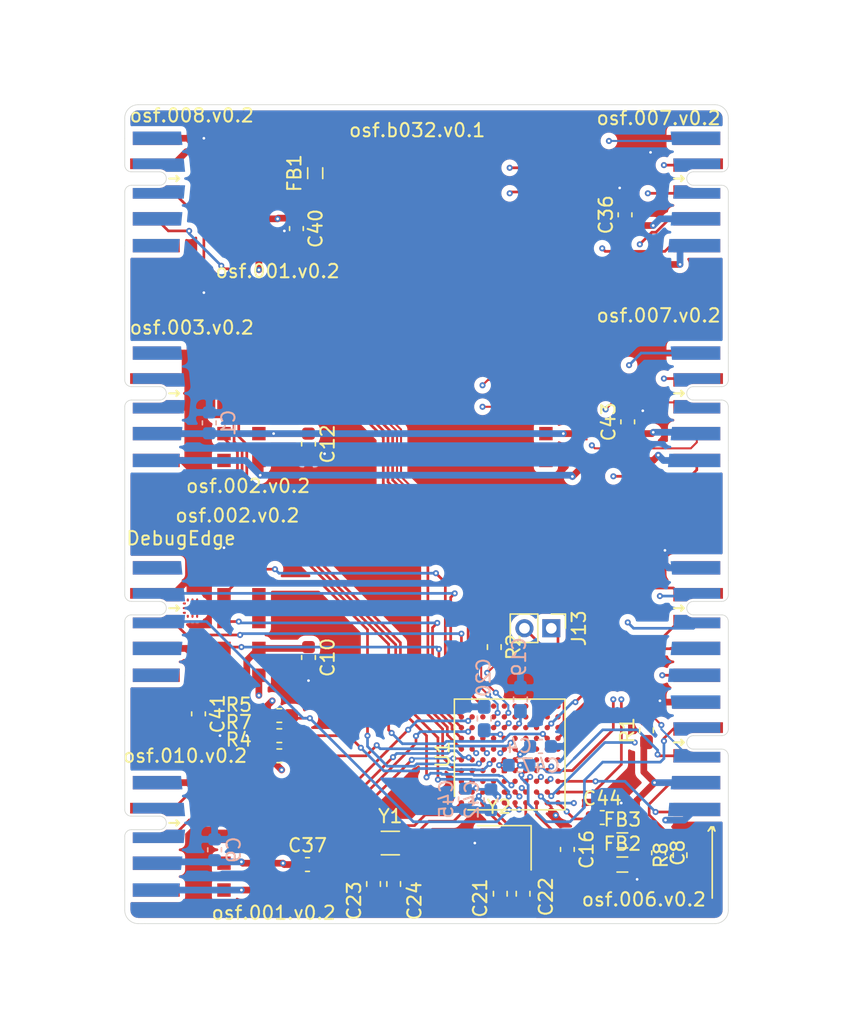
<source format=kicad_pcb>
(kicad_pcb (version 20171130) (host pcbnew "(5.1.9)-1")
  (layers (0 F.Cu signal) (1 In1.Cu signal) (2 In2.Cu signal) (31 B.Cu signal) (34 B.Paste user) (35 F.Paste user) (36 B.SilkS user) (37 F.SilkS user) (38 B.Mask user) (39 F.Mask user) (44 Edge.Cuts user))
  (net 0 "")
  (net 1 GND)
  (net 2 +3V3)
  (net 3 "Net-(C19-Pad1)")
  (net 4 "Net-(C20-Pad1)")
  (net 5 "Net-(C21-Pad1)")
  (net 6 "Net-(C22-Pad1)")
  (net 7 "Net-(C23-Pad1)")
  (net 8 "Net-(C24-Pad1)")
  (net 9 /uC/D+)
  (net 10 /uC/D-)
  (net 11 "Net-(R4-Pad1)")
  (net 12 +5V)
  (net 13 /uC/vref+)
  (net 14 /uC/nrst)
  (net 15 /uC/tms)
  (net 16 /uC/tck)
  (net 17 /uC/AD8)
  (net 18 /uC/AD9)
  (net 19 /uC/AD3)
  (net 20 /uC/AD5)
  (net 21 /uC/AD6)
  (net 22 /uC/AD4)
  (net 23 /uC/AD0)
  (net 24 /uC/AD10)
  (net 25 /uC/I2C1_SCL)
  (net 26 /uC/SPI2_SCK)
  (net 27 "Net-(FB1-Pad2)")
  (net 28 /uC/SPI2_MOSI)
  (net 29 /uC/SPI2_MISO)
  (net 30 /uC/RXD0)
  (net 31 /uC/CRS_DV)
  (net 32 /uC/RXD1)
  (net 33 /uC/REF_CLK)
  (net 34 /uC/TX_EN)
  (net 35 /uC/MDIO)
  (net 36 /uC/MDC)
  (net 37 /uC/TXD1)
  (net 38 /uC/TXD0)
  (net 39 "Net-(R7-Pad2)")
  (net 40 /uC/RX_ER)
  (net 41 /uC/CAN_TX)
  (net 42 /uC/CAN_RX)
  (net 43 /uC/UART3_TX)
  (net 44 /uC/UART3_RX)
  (net 45 /uC/UART2_TX)
  (net 46 /uC/UART2_RX)
  (net 47 /uC/SPI2_CS)
  (net 48 /uC/GNDA)
  (net 49 "Net-(J12-Pad18)")
  (net 50 "Net-(J5-Pad2)")
  (net 51 /uC/SPI1_MOSI)
  (net 52 /uC/SPI1_MISO)
  (net 53 /uC/SPI1_SCK)
  (net 54 /uC/SPI1_CS)
  (net 55 /uC/I2C4_SDA)
  (net 56 /uC/I2C4_SCL)
  (net 57 "Net-(R2-Pad2)")
  (net 58 /uC/I2C3_SDA)
  (net 59 /uC/I2C3_SCL)
  (net 60 /uC/I2C1_SDA)
  (module Package_BGA:TFBGA-100_8x8mm_Layout10x10_P0.8mm (layer F.Cu) (at 105.7 122.9 90)
    (fp_text reference U1 (at 0 -5 90) (layer F.SilkS))
    (fp_text value STM32F746VGHx)
    (pad K10 smd circle (at 3.6 3.6 90) (size 0.4 0.4) (layers F.Cu F.Paste F.Mask) (net 56 /uC/I2C4_SCL))
    (pad K9 smd circle (at 2.8 3.6 90) (size 0.4 0.4) (layers F.Cu F.Paste F.Mask))
    (pad K8 smd circle (at 2 3.6 90) (size 0.4 0.4) (layers F.Cu F.Paste F.Mask) (net 38 /uC/TXD0))
    (pad K7 smd circle (at 1.2 3.6 90) (size 0.4 0.4) (layers F.Cu F.Paste F.Mask) (net 34 /uC/TX_EN))
    (pad K6 smd circle (at 0.4 3.6 90) (size 0.4 0.4) (layers F.Cu F.Paste F.Mask))
    (pad K5 smd circle (at -0.4 3.6 90) (size 0.4 0.4) (layers F.Cu F.Paste F.Mask))
    (pad K4 smd circle (at -1.2 3.6 90) (size 0.4 0.4) (layers F.Cu F.Paste F.Mask) (net 18 /uC/AD9))
    (pad K3 smd circle (at -2 3.6 90) (size 0.4 0.4) (layers F.Cu F.Paste F.Mask) (net 31 /uC/CRS_DV))
    (pad K2 smd circle (at -2.8 3.6 90) (size 0.4 0.4) (layers F.Cu F.Paste F.Mask) (net 19 /uC/AD3))
    (pad K1 smd circle (at -3.6 3.6 90) (size 0.4 0.4) (layers F.Cu F.Paste F.Mask) (net 2 +3V3))
    (pad J10 smd circle (at 3.6 2.8 90) (size 0.4 0.4) (layers F.Cu F.Paste F.Mask) (net 55 /uC/I2C4_SDA))
    (pad J9 smd circle (at 2.8 2.8 90) (size 0.4 0.4) (layers F.Cu F.Paste F.Mask))
    (pad J8 smd circle (at 2 2.8 90) (size 0.4 0.4) (layers F.Cu F.Paste F.Mask) (net 37 /uC/TXD1))
    (pad J7 smd circle (at 1.2 2.8 90) (size 0.4 0.4) (layers F.Cu F.Paste F.Mask) (net 26 /uC/SPI2_SCK))
    (pad J6 smd circle (at 0.4 2.8 90) (size 0.4 0.4) (layers F.Cu F.Paste F.Mask))
    (pad J5 smd circle (at -0.4 2.8 90) (size 0.4 0.4) (layers F.Cu F.Paste F.Mask))
    (pad J4 smd circle (at -1.2 2.8 90) (size 0.4 0.4) (layers F.Cu F.Paste F.Mask) (net 17 /uC/AD8))
    (pad J3 smd circle (at -2 2.8 90) (size 0.4 0.4) (layers F.Cu F.Paste F.Mask) (net 21 /uC/AD6))
    (pad J2 smd circle (at -2.8 2.8 90) (size 0.4 0.4) (layers F.Cu F.Paste F.Mask) (net 35 /uC/MDIO))
    (pad J1 smd circle (at -3.6 2.8 90) (size 0.4 0.4) (layers F.Cu F.Paste F.Mask) (net 1 GND))
    (pad H10 smd circle (at 3.6 2 90) (size 0.4 0.4) (layers F.Cu F.Paste F.Mask))
    (pad H9 smd circle (at 2.8 2 90) (size 0.4 0.4) (layers F.Cu F.Paste F.Mask))
    (pad H8 smd circle (at 2 2 90) (size 0.4 0.4) (layers F.Cu F.Paste F.Mask))
    (pad H7 smd circle (at 1.2 2 90) (size 0.4 0.4) (layers F.Cu F.Paste F.Mask))
    (pad H6 smd circle (at 0.4 2 90) (size 0.4 0.4) (layers F.Cu F.Paste F.Mask))
    (pad H5 smd circle (at -0.4 2 90) (size 0.4 0.4) (layers F.Cu F.Paste F.Mask))
    (pad H4 smd circle (at -1.2 2 90) (size 0.4 0.4) (layers F.Cu F.Paste F.Mask) (net 32 /uC/RXD1))
    (pad H3 smd circle (at -2 2 90) (size 0.4 0.4) (layers F.Cu F.Paste F.Mask) (net 20 /uC/AD5))
    (pad H2 smd circle (at -2.8 2 90) (size 0.4 0.4) (layers F.Cu F.Paste F.Mask) (net 33 /uC/REF_CLK))
    (pad H1 smd circle (at -3.6 2 90) (size 0.4 0.4) (layers F.Cu F.Paste F.Mask) (net 13 /uC/vref+))
    (pad G10 smd circle (at 3.6 1.2 90) (size 0.4 0.4) (layers F.Cu F.Paste F.Mask))
    (pad G9 smd circle (at 2.8 1.2 90) (size 0.4 0.4) (layers F.Cu F.Paste F.Mask))
    (pad G8 smd circle (at 2 1.2 90) (size 0.4 0.4) (layers F.Cu F.Paste F.Mask))
    (pad G7 smd circle (at 1.2 1.2 90) (size 0.4 0.4) (layers F.Cu F.Paste F.Mask))
    (pad G6 smd circle (at 0.4 1.2 90) (size 0.4 0.4) (layers F.Cu F.Paste F.Mask))
    (pad G5 smd circle (at -0.4 1.2 90) (size 0.4 0.4) (layers F.Cu F.Paste F.Mask))
    (pad G4 smd circle (at -1.2 1.2 90) (size 0.4 0.4) (layers F.Cu F.Paste F.Mask) (net 30 /uC/RXD0))
    (pad G3 smd circle (at -2 1.2 90) (size 0.4 0.4) (layers F.Cu F.Paste F.Mask) (net 22 /uC/AD4))
    (pad G2 smd circle (at -2.8 1.2 90) (size 0.4 0.4) (layers F.Cu F.Paste F.Mask) (net 23 /uC/AD0))
    (pad G1 smd circle (at -3.6 1.2 90) (size 0.4 0.4) (layers F.Cu F.Paste F.Mask) (net 48 /uC/GNDA))
    (pad F10 smd circle (at 3.6 0.4 90) (size 0.4 0.4) (layers F.Cu F.Paste F.Mask))
    (pad F9 smd circle (at 2.8 0.4 90) (size 0.4 0.4) (layers F.Cu F.Paste F.Mask))
    (pad F8 smd circle (at 2 0.4 90) (size 0.4 0.4) (layers F.Cu F.Paste F.Mask) (net 3 "Net-(C19-Pad1)"))
    (pad F7 smd circle (at 1.2 0.4 90) (size 0.4 0.4) (layers F.Cu F.Paste F.Mask) (net 11 "Net-(R4-Pad1)"))
    (pad F6 smd circle (at 0.4 0.4 90) (size 0.4 0.4) (layers F.Cu F.Paste F.Mask) (net 2 +3V3))
    (pad F5 smd circle (at -0.4 0.4 90) (size 0.4 0.4) (layers F.Cu F.Paste F.Mask) (net 2 +3V3))
    (pad F4 smd circle (at -1.2 0.4 90) (size 0.4 0.4) (layers F.Cu F.Paste F.Mask) (net 2 +3V3))
    (pad F3 smd circle (at -2 0.4 90) (size 0.4 0.4) (layers F.Cu F.Paste F.Mask) (net 28 /uC/SPI2_MOSI))
    (pad F2 smd circle (at -2.8 0.4 90) (size 0.4 0.4) (layers F.Cu F.Paste F.Mask) (net 36 /uC/MDC))
    (pad F1 smd circle (at -3.6 0.4 90) (size 0.4 0.4) (layers F.Cu F.Paste F.Mask) (net 24 /uC/AD10))
    (pad E10 smd circle (at 3.6 -0.4 90) (size 0.4 0.4) (layers F.Cu F.Paste F.Mask))
    (pad E9 smd circle (at 2.8 -0.4 90) (size 0.4 0.4) (layers F.Cu F.Paste F.Mask) (net 58 /uC/I2C3_SDA))
    (pad E8 smd circle (at 2 -0.4 90) (size 0.4 0.4) (layers F.Cu F.Paste F.Mask) (net 41 /uC/CAN_TX))
    (pad E7 smd circle (at 1.2 -0.4 90) (size 0.4 0.4) (layers F.Cu F.Paste F.Mask) (net 4 "Net-(C20-Pad1)"))
    (pad E6 smd circle (at 0.4 -0.4 90) (size 0.4 0.4) (layers F.Cu F.Paste F.Mask) (net 57 "Net-(R2-Pad2)"))
    (pad E5 smd circle (at -0.4 -0.4 90) (size 0.4 0.4) (layers F.Cu F.Paste F.Mask) (net 1 GND))
    (pad E4 smd circle (at -1.2 -0.4 90) (size 0.4 0.4) (layers F.Cu F.Paste F.Mask) (net 1 GND))
    (pad E3 smd circle (at -2 -0.4 90) (size 0.4 0.4) (layers F.Cu F.Paste F.Mask))
    (pad E2 smd circle (at -2.8 -0.4 90) (size 0.4 0.4) (layers F.Cu F.Paste F.Mask) (net 29 /uC/SPI2_MISO))
    (pad E1 smd circle (at -3.6 -0.4 90) (size 0.4 0.4) (layers F.Cu F.Paste F.Mask) (net 14 /uC/nrst))
    (pad D10 smd circle (at 3.6 -1.2 90) (size 0.4 0.4) (layers F.Cu F.Paste F.Mask))
    (pad D9 smd circle (at 2.8 -1.2 90) (size 0.4 0.4) (layers F.Cu F.Paste F.Mask) (net 59 /uC/I2C3_SCL))
    (pad D8 smd circle (at 2 -1.2 90) (size 0.4 0.4) (layers F.Cu F.Paste F.Mask) (net 42 /uC/CAN_RX))
    (pad D7 smd circle (at 1.2 -1.2 90) (size 0.4 0.4) (layers F.Cu F.Paste F.Mask))
    (pad D6 smd circle (at 0.4 -1.2 90) (size 0.4 0.4) (layers F.Cu F.Paste F.Mask))
    (pad D5 smd circle (at -0.4 -1.2 90) (size 0.4 0.4) (layers F.Cu F.Paste F.Mask) (net 39 "Net-(R7-Pad2)"))
    (pad D4 smd circle (at -1.2 -1.2 90) (size 0.4 0.4) (layers F.Cu F.Paste F.Mask))
    (pad D3 smd circle (at -2 -1.2 90) (size 0.4 0.4) (layers F.Cu F.Paste F.Mask))
    (pad D2 smd circle (at -2.8 -1.2 90) (size 0.4 0.4) (layers F.Cu F.Paste F.Mask) (net 2 +3V3))
    (pad D1 smd circle (at -3.6 -1.2 90) (size 0.4 0.4) (layers F.Cu F.Paste F.Mask) (net 6 "Net-(C22-Pad1)"))
    (pad C10 smd circle (at 3.6 -2 90) (size 0.4 0.4) (layers F.Cu F.Paste F.Mask) (net 10 /uC/D-))
    (pad C9 smd circle (at 2.8 -2 90) (size 0.4 0.4) (layers F.Cu F.Paste F.Mask))
    (pad C8 smd circle (at 2 -2 90) (size 0.4 0.4) (layers F.Cu F.Paste F.Mask))
    (pad C7 smd circle (at 1.2 -2 90) (size 0.4 0.4) (layers F.Cu F.Paste F.Mask))
    (pad C6 smd circle (at 0.4 -2 90) (size 0.4 0.4) (layers F.Cu F.Paste F.Mask) (net 46 /uC/UART2_RX))
    (pad C5 smd circle (at -0.4 -2 90) (size 0.4 0.4) (layers F.Cu F.Paste F.Mask) (net 51 /uC/SPI1_MOSI))
    (pad C4 smd circle (at -1.2 -2 90) (size 0.4 0.4) (layers F.Cu F.Paste F.Mask))
    (pad C3 smd circle (at -2 -2 90) (size 0.4 0.4) (layers F.Cu F.Paste F.Mask))
    (pad C2 smd circle (at -2.8 -2 90) (size 0.4 0.4) (layers F.Cu F.Paste F.Mask) (net 1 GND))
    (pad C1 smd circle (at -3.6 -2 90) (size 0.4 0.4) (layers F.Cu F.Paste F.Mask) (net 5 "Net-(C21-Pad1)"))
    (pad B10 smd circle (at 3.6 -2.8 90) (size 0.4 0.4) (layers F.Cu F.Paste F.Mask) (net 9 /uC/D+))
    (pad B9 smd circle (at 2.8 -2.8 90) (size 0.4 0.4) (layers F.Cu F.Paste F.Mask) (net 43 /uC/UART3_TX))
    (pad B8 smd circle (at 2 -2.8 90) (size 0.4 0.4) (layers F.Cu F.Paste F.Mask) (net 44 /uC/UART3_RX))
    (pad B7 smd circle (at 1.2 -2.8 90) (size 0.4 0.4) (layers F.Cu F.Paste F.Mask))
    (pad B6 smd circle (at 0.4 -2.8 90) (size 0.4 0.4) (layers F.Cu F.Paste F.Mask) (net 45 /uC/UART2_TX))
    (pad B5 smd circle (at -0.4 -2.8 90) (size 0.4 0.4) (layers F.Cu F.Paste F.Mask) (net 25 /uC/I2C1_SCL))
    (pad B4 smd circle (at -1.2 -2.8 90) (size 0.4 0.4) (layers F.Cu F.Paste F.Mask))
    (pad B3 smd circle (at -2 -2.8 90) (size 0.4 0.4) (layers F.Cu F.Paste F.Mask))
    (pad B2 smd circle (at -2.8 -2.8 90) (size 0.4 0.4) (layers F.Cu F.Paste F.Mask) (net 2 +3V3))
    (pad B1 smd circle (at -3.6 -2.8 90) (size 0.4 0.4) (layers F.Cu F.Paste F.Mask) (net 8 "Net-(C24-Pad1)"))
    (pad A10 smd circle (at 3.6 -3.6 90) (size 0.4 0.4) (layers F.Cu F.Paste F.Mask) (net 15 /uC/tms))
    (pad A9 smd circle (at 2.8 -3.6 90) (size 0.4 0.4) (layers F.Cu F.Paste F.Mask) (net 16 /uC/tck))
    (pad A8 smd circle (at 2 -3.6 90) (size 0.4 0.4) (layers F.Cu F.Paste F.Mask) (net 54 /uC/SPI1_CS))
    (pad A7 smd circle (at 1.2 -3.6 90) (size 0.4 0.4) (layers F.Cu F.Paste F.Mask) (net 53 /uC/SPI1_SCK))
    (pad A6 smd circle (at 0.4 -3.6 90) (size 0.4 0.4) (layers F.Cu F.Paste F.Mask) (net 52 /uC/SPI1_MISO))
    (pad A5 smd circle (at -0.4 -3.6 90) (size 0.4 0.4) (layers F.Cu F.Paste F.Mask) (net 60 /uC/I2C1_SDA))
    (pad A4 smd circle (at -1.2 -3.6 90) (size 0.4 0.4) (layers F.Cu F.Paste F.Mask) (net 47 /uC/SPI2_CS))
    (pad A3 smd circle (at -2 -3.6 90) (size 0.4 0.4) (layers F.Cu F.Paste F.Mask))
    (pad A2 smd circle (at -2.8 -3.6 90) (size 0.4 0.4) (layers F.Cu F.Paste F.Mask))
    (pad A1 smd circle (at -3.6 -3.6 90) (size 0.4 0.4) (layers F.Cu F.Paste F.Mask) (net 7 "Net-(C23-Pad1)"))
  )
  (module Resistor_SMD:R_0603_1608Metric_Pad1.05x0.95mm_HandSolder (layer F.Cu) (at 104.55 114.9 270)
    (fp_text reference R2 (at 0 -1.43 90) (layer F.SilkS))
    (fp_text value 10k)
    (pad 2 smd roundrect (at 0.875 0 270) (size 1.05 0.95) (layers F.Cu F.Paste F.Mask) (net 57 "Net-(R2-Pad2)"))
    (pad 1 smd roundrect (at -0.875 0 270) (size 1.05 0.95) (layers F.Cu F.Paste F.Mask) (net 1 GND))
  )
  (module Resistor_SMD:R_0603_1608Metric_Pad1.05x0.95mm_HandSolder (layer F.Cu) (at 115.9 121.1 90)
    (fp_text reference R1 (at 0 -1.43 90) (layer F.SilkS))
    (fp_text value 10k)
    (pad 2 smd roundrect (at 0.875 0 90) (size 1.05 0.95) (layers F.Cu F.Paste F.Mask) (net 49 "Net-(J12-Pad18)"))
    (pad 1 smd roundrect (at -0.875 0 90) (size 1.05 0.95) (layers F.Cu F.Paste F.Mask) (net 2 +3V3))
  )
  (module Inductor_SMD:L_0805_2012Metric (layer F.Cu) (at 91.2 79.6 90)
    (fp_text reference FB1 (at 0 -1.55 90) (layer F.SilkS))
    (fp_text value " FCM1608KF-601T03 TypeA")
    (pad 2 smd roundrect (at 1.0625 0 90) (size 0.875 1.2) (layers F.Cu F.Paste F.Mask) (net 27 "Net-(FB1-Pad2)"))
    (pad 1 smd roundrect (at -1.0625 0 90) (size 0.875 1.2) (layers F.Cu F.Paste F.Mask) (net 12 +5V))
  )
  (module on_edge:on_edge_2x05_up_host (layer F.Cu) (at 112 81 270)
    (fp_text reference J14)
    (fp_text value 012_CAN)
    (pad 2 smd rect (at -2 3.6 270) (size 1 1) (layers F.Cu F.Mask) (net 42 /uC/CAN_RX))
    (pad 3 smd rect (at 0 3.6 270) (size 1 1) (layers F.Cu F.Mask) (net 41 /uC/CAN_TX))
    (pad 8 smd rect (at 0 1 90) (size 1 1) (layers F.Cu F.Mask))
    (pad 7 smd rect (at -2 1 90) (size 1 1) (layers F.Cu F.Mask))
    (pad 4 smd rect (at 2 3.6 270) (size 1 1) (layers F.Cu F.Mask))
    (pad 10 smd rect (at 4 1 90) (size 1 1) (layers F.Cu F.Mask) (net 12 +5V))
    (pad 9 smd rect (at 2 1 90) (size 1 1) (layers F.Cu F.Mask) (net 2 +3V3))
    (pad 6 smd rect (at -4 1 90) (size 1 1) (layers F.Cu F.Mask))
    (pad 5 smd rect (at 4 3.6 270) (size 1 1) (layers F.Cu F.Mask))
    (pad 1 smd rect (at -4 3.6 270) (size 1 1) (layers F.Cu F.Mask))
  )
  (module Connector_PinHeader_2.00mm:PinHeader_1x02_P2.00mm_Vertical (layer F.Cu) (at 108.8 113.5 270)
    (fp_text reference J13 (at 0 -2.06 90) (layer F.SilkS))
    (fp_text value Conn_01x02_Male)
    (pad 2 thru_hole oval (at 0 2 270) (size 1.35 1.35) (drill 0.8) (layers *.Cu *.Mask) (net 55 /uC/I2C4_SDA))
    (pad 1 thru_hole rect (at 0 0 270) (size 1.35 1.35) (drill 0.8) (layers *.Cu *.Mask) (net 56 /uC/I2C4_SCL))
  )
  (module on_edge:on_edge_2x05_up_host (layer F.Cu) (at 112 97 270)
    (fp_text reference J6)
    (fp_text value 010_UART)
    (pad 2 smd rect (at -2 3.6 270) (size 1 1) (layers F.Cu F.Mask) (net 45 /uC/UART2_TX))
    (pad 3 smd rect (at 0 3.6 270) (size 1 1) (layers F.Cu F.Mask) (net 46 /uC/UART2_RX))
    (pad 8 smd rect (at 0 1 90) (size 1 1) (layers F.Cu F.Mask))
    (pad 7 smd rect (at -2 1 90) (size 1 1) (layers F.Cu F.Mask))
    (pad 4 smd rect (at 2 3.6 270) (size 1 1) (layers F.Cu F.Mask))
    (pad 10 smd rect (at 4 1 90) (size 1 1) (layers F.Cu F.Mask) (net 12 +5V))
    (pad 9 smd rect (at 2 1 90) (size 1 1) (layers F.Cu F.Mask) (net 2 +3V3))
    (pad 6 smd rect (at -4 1 90) (size 1 1) (layers F.Cu F.Mask))
    (pad 5 smd rect (at 4 3.6 270) (size 1 1) (layers F.Cu F.Mask))
    (pad 1 smd rect (at -4 3.6 270) (size 1 1) (layers F.Cu F.Mask) (net 1 GND))
  )
  (module on_edge:on_edge_2x05_up_host (layer F.Cu) (at 88 113 270)
    (fp_text reference J11)
    (fp_text value 002_SPI_2x5)
    (pad 2 smd rect (at -2 3.6 270) (size 1 1) (layers F.Cu F.Mask) (net 51 /uC/SPI1_MOSI))
    (pad 3 smd rect (at 0 3.6 270) (size 1 1) (layers F.Cu F.Mask) (net 52 /uC/SPI1_MISO))
    (pad 8 smd rect (at 0 1 90) (size 1 1) (layers F.Cu F.Mask))
    (pad 7 smd rect (at -2 1 90) (size 1 1) (layers F.Cu F.Mask))
    (pad 4 smd rect (at 2 3.6 270) (size 1 1) (layers F.Cu F.Mask) (net 53 /uC/SPI1_SCK))
    (pad 10 smd rect (at 4 1 90) (size 1 1) (layers F.Cu F.Mask) (net 12 +5V))
    (pad 9 smd rect (at 2 1 90) (size 1 1) (layers F.Cu F.Mask) (net 2 +3V3))
    (pad 6 smd rect (at -4 1 90) (size 1 1) (layers F.Cu F.Mask) (net 54 /uC/SPI1_CS))
    (pad 5 smd rect (at 4 3.6 270) (size 1 1) (layers F.Cu F.Mask))
    (pad 1 smd rect (at -4 3.6 270) (size 1 1) (layers F.Cu F.Mask) (net 1 GND))
  )
  (module on_edge:on_edge_2x05_up_host (layer F.Cu) (at 88.1 81 270)
    (fp_text reference J10)
    (fp_text value 001_I2C_2x5)
    (pad 2 smd rect (at -2 3.6 270) (size 1 1) (layers F.Cu F.Mask) (net 58 /uC/I2C3_SDA))
    (pad 3 smd rect (at 0 3.6 270) (size 1 1) (layers F.Cu F.Mask) (net 59 /uC/I2C3_SCL))
    (pad 8 smd rect (at 0 1 90) (size 1 1) (layers F.Cu F.Mask))
    (pad 7 smd rect (at -2 1 90) (size 1 1) (layers F.Cu F.Mask))
    (pad 4 smd rect (at 2 3.6 270) (size 1 1) (layers F.Cu F.Mask))
    (pad 10 smd rect (at 4 1 90) (size 1 1) (layers F.Cu F.Mask) (net 12 +5V))
    (pad 9 smd rect (at 2 1 90) (size 1 1) (layers F.Cu F.Mask) (net 2 +3V3))
    (pad 6 smd rect (at -4 1 90) (size 1 1) (layers F.Cu F.Mask))
    (pad 5 smd rect (at 4 3.6 270) (size 1 1) (layers F.Cu F.Mask))
    (pad 1 smd rect (at -4 3.6 270) (size 1 1) (layers F.Cu F.Mask) (net 1 GND))
  )
  (module on_edge:on_edge_2x05_up_host (layer F.Cu) (at 88 97 270)
    (fp_text reference J9)
    (fp_text value 002_SPI_2x5)
    (pad 2 smd rect (at -2 3.6 270) (size 1 1) (layers F.Cu F.Mask) (net 28 /uC/SPI2_MOSI))
    (pad 3 smd rect (at 0 3.6 270) (size 1 1) (layers F.Cu F.Mask) (net 29 /uC/SPI2_MISO))
    (pad 8 smd rect (at 0 1 90) (size 1 1) (layers F.Cu F.Mask))
    (pad 7 smd rect (at -2 1 90) (size 1 1) (layers F.Cu F.Mask))
    (pad 4 smd rect (at 2 3.6 270) (size 1 1) (layers F.Cu F.Mask) (net 26 /uC/SPI2_SCK))
    (pad 10 smd rect (at 4 1 90) (size 1 1) (layers F.Cu F.Mask) (net 12 +5V))
    (pad 9 smd rect (at 2 1 90) (size 1 1) (layers F.Cu F.Mask) (net 2 +3V3))
    (pad 6 smd rect (at -4 1 90) (size 1 1) (layers F.Cu F.Mask) (net 47 /uC/SPI2_CS))
    (pad 5 smd rect (at 4 3.6 270) (size 1 1) (layers F.Cu F.Mask))
    (pad 1 smd rect (at -4 3.6 270) (size 1 1) (layers F.Cu F.Mask) (net 1 GND))
  )
  (module on_edge:on_edge_2x05_up_host (layer F.Cu) (at 88 129 270)
    (fp_text reference J8)
    (fp_text value 001_I2C_2x5)
    (pad 2 smd rect (at -2 3.6 270) (size 1 1) (layers F.Cu F.Mask) (net 25 /uC/I2C1_SCL))
    (pad 3 smd rect (at 0 3.6 270) (size 1 1) (layers F.Cu F.Mask) (net 60 /uC/I2C1_SDA))
    (pad 8 smd rect (at 0 1 90) (size 1 1) (layers F.Cu F.Mask))
    (pad 7 smd rect (at -2 1 90) (size 1 1) (layers F.Cu F.Mask))
    (pad 4 smd rect (at 2 3.6 270) (size 1 1) (layers F.Cu F.Mask))
    (pad 10 smd rect (at 4 1 90) (size 1 1) (layers F.Cu F.Mask) (net 12 +5V))
    (pad 9 smd rect (at 2 1 90) (size 1 1) (layers F.Cu F.Mask) (net 2 +3V3))
    (pad 6 smd rect (at -4 1 90) (size 1 1) (layers F.Cu F.Mask))
    (pad 5 smd rect (at 4 3.6 270) (size 1 1) (layers F.Cu F.Mask))
    (pad 1 smd rect (at -4 3.6 270) (size 1 1) (layers F.Cu F.Mask) (net 1 GND))
  )
  (module on_edge:on_edge_2x05_device (layer F.Cu) (at 77 129 270)
    (fp_text reference J4)
    (fp_text value 010_UART)
    (fp_line (start -1.5 -2.6) (end -1.5 -0.5) (layer Edge.Cuts) (width 0.05))
    (fp_line (start -0.5 -0.5) (end -0.5 -2.6) (layer Edge.Cuts) (width 0.05))
    (fp_line (start -4 0) (end -2 0) (layer Edge.Cuts) (width 0.05))
    (fp_line (start 0 0) (end 4 0) (layer Edge.Cuts) (width 0.05))
    (fp_arc (start -2 -0.5) (end -2 0) (angle -90) (layer Edge.Cuts) (width 0.05))
    (fp_arc (start 0 -0.5) (end -0.5 -0.5) (angle -90) (layer Edge.Cuts) (width 0.05))
    (fp_arc (start -1 -2.6) (end -0.5 -2.6) (angle -180) (layer Edge.Cuts) (width 0.05))
    (pad 2 smd custom (at -2 -3.6 270) (size 1 1) (layers F.Cu F.Mask) (net 43 /uC/UART3_TX) (options (clearance outline) (anchor rect)) (primitives (gr_poly (pts (xy 0.3 1) (xy 0.31 0.89) (xy 0.33 0.81) (xy 0.35 0.75) (xy 0.37 0.7) (xy 0.4 0.65) (xy 0.44 0.59) (xy 0.48 0.54) (xy 0.5 0.52) (xy 0.5 -0.5) (xy -0.5 -0.5) (xy -0.5 3.2) (xy 0.3 3.2)) (width 0))))
    (pad 3 smd custom (at 0 -3.6 270) (size 1 1) (layers F.Cu F.Mask) (net 44 /uC/UART3_RX) (options (clearance outline) (anchor rect)) (primitives (gr_poly (pts (xy -0.3 1) (xy -0.31 0.89) (xy -0.33 0.81) (xy -0.35 0.75) (xy -0.37 0.7) (xy -0.4 0.65) (xy -0.44 0.59) (xy -0.48 0.54) (xy -0.5 0.52) (xy -0.5 -0.5) (xy 0.5 -0.5) (xy 0.5 3) (xy -0.3 3)) (width 0))))
    (pad 8 smd custom (at 0 -2.1 270) (size 0.4 0.4) (layers B.Cu B.Mask) (options (clearance outline) (anchor rect)) (primitives (gr_poly (pts (xy -0.3 -0.51) (xy -0.31 -0.62) (xy -0.33 -0.7) (xy -0.35 -0.76) (xy -0.37 -0.81) (xy -0.4 -0.86) (xy -0.44 -0.92) (xy -0.48 -0.97) (xy -0.5 -0.99) (xy -0.5 -2.4) (xy 0.5 -2.3) (xy 0.5 1.5) (xy -0.3 1.5)) (width 0))))
    (pad 7 smd custom (at -2 -2.1 270) (size 0.4 0.4) (layers B.Cu B.Mask) (options (clearance outline) (anchor rect)) (primitives (gr_poly (pts (xy 0.3 -0.51) (xy 0.31 -0.62) (xy 0.33 -0.7) (xy 0.35 -0.76) (xy 0.37 -0.81) (xy 0.4 -0.86) (xy 0.44 -0.92) (xy 0.48 -0.97) (xy 0.5 -0.99) (xy 0.5 -2.4) (xy -0.5 -2.3) (xy -0.5 1.5) (xy 0.3 1.5)) (width 0))))
    (pad 10 smd custom (at 4 -2.3 270) (size 1 3.4) (layers B.Cu B.Mask) (net 12 +5V) (options (clearance outline) (anchor rect)) (primitives (gr_poly (pts (xy -0.5 -1.7) (xy -0.5 -1.8) (xy 0.5 -1.7)) (width 0))))
    (pad 9 smd custom (at 2 -2.4 270) (size 1 3.6) (layers B.Cu B.Mask) (net 2 +3V3) (options (clearance outline) (anchor rect)) (primitives (gr_poly (pts (xy -0.5 -1.8) (xy -0.5 -1.9) (xy 0.5 -1.8)) (width 0))))
    (pad 6 smd custom (at -4 -2.4 270) (size 1 3.6) (layers B.Cu B.Mask) (options (clearance outline) (anchor rect)) (primitives (gr_poly (pts (xy 0.5 -1.8) (xy 0.5 -1.9) (xy -0.5 -1.8)) (width 0))))
    (pad 5 smd rect (at 4 -2.35 90) (size 1 3.5) (layers F.Cu F.Mask))
    (pad 1 smd rect (at -4 -2.35 90) (size 1 3.5) (layers F.Cu F.Mask) (net 1 GND))
    (pad 4 smd rect (at 2 -2.35 90) (size 1 3.5) (layers F.Cu F.Mask))
  )
  (module Inductor_SMD:L_0805_2012Metric (layer F.Cu) (at 114.1 129.3)
    (fp_text reference FB3 (at 0 -1.55) (layer F.SilkS))
    (fp_text value " FCM1608KF-601T03 TypeA")
    (pad 2 smd roundrect (at 1.0625 0) (size 0.875 1.2) (layers F.Cu F.Paste F.Mask) (net 2 +3V3))
    (pad 1 smd roundrect (at -1.0625 0) (size 0.875 1.2) (layers F.Cu F.Paste F.Mask) (net 13 /uC/vref+))
  )
  (module Inductor_SMD:L_0805_2012Metric (layer F.Cu) (at 114.1 131.1)
    (fp_text reference FB2 (at 0 -1.55) (layer F.SilkS))
    (fp_text value " FCM1608KF-601T03 TypeA")
    (pad 2 smd roundrect (at 1.0625 0) (size 0.875 1.2) (layers F.Cu F.Paste F.Mask) (net 1 GND))
    (pad 1 smd roundrect (at -1.0625 0) (size 0.875 1.2) (layers F.Cu F.Paste F.Mask) (net 48 /uC/GNDA))
  )
  (module Capacitor_SMD:C_0603_1608Metric (layer B.Cu) (at 108 122.3)
    (fp_text reference C47 (at 0 1.43 180) (layer B.SilkS) (effects (justify mirror)))
    (fp_text value 100nF)
    (pad 2 smd roundrect (at 0.775 0) (size 0.9 0.95) (layers B.Cu B.Paste B.Mask) (net 1 GND))
    (pad 1 smd roundrect (at -0.775 0) (size 0.9 0.95) (layers B.Cu B.Paste B.Mask) (net 2 +3V3))
  )
  (module Capacitor_SMD:C_0603_1608Metric (layer B.Cu) (at 102.4 126.225 270)
    (fp_text reference C45 (at 0 1.43 270) (layer B.SilkS) (effects (justify mirror)))
    (fp_text value 100nF)
    (pad 2 smd roundrect (at 0.775 0 270) (size 0.9 0.95) (layers B.Cu B.Paste B.Mask) (net 1 GND))
    (pad 1 smd roundrect (at -0.775 0 270) (size 0.9 0.95) (layers B.Cu B.Paste B.Mask) (net 2 +3V3))
  )
  (module Capacitor_SMD:C_0603_1608Metric (layer F.Cu) (at 112.6 127.6)
    (fp_text reference C44 (at 0 -1.43) (layer F.SilkS))
    (fp_text value 100nF)
    (pad 2 smd roundrect (at 0.775 0) (size 0.9 0.95) (layers F.Cu F.Paste F.Mask) (net 1 GND))
    (pad 1 smd roundrect (at -0.775 0) (size 0.9 0.95) (layers F.Cu F.Paste F.Mask) (net 2 +3V3))
  )
  (module Capacitor_SMD:C_0603_1608Metric (layer F.Cu) (at 114.5 98.125 90)
    (fp_text reference C43 (at 0 -1.43 90) (layer F.SilkS))
    (fp_text value 1uF)
    (pad 2 smd roundrect (at 0.775 0 90) (size 0.9 0.95) (layers F.Cu F.Paste F.Mask) (net 1 GND))
    (pad 1 smd roundrect (at -0.775 0 90) (size 0.9 0.95) (layers F.Cu F.Paste F.Mask) (net 2 +3V3))
  )
  (module Capacitor_SMD:C_0603_1608Metric (layer B.Cu) (at 104.3 126.275 270)
    (fp_text reference C42 (at 0 1.43 270) (layer B.SilkS) (effects (justify mirror)))
    (fp_text value 100nF)
    (pad 2 smd roundrect (at 0.775 0 270) (size 0.9 0.95) (layers B.Cu B.Paste B.Mask) (net 1 GND))
    (pad 1 smd roundrect (at -0.775 0 270) (size 0.9 0.95) (layers B.Cu B.Paste B.Mask) (net 2 +3V3))
  )
  (module Capacitor_SMD:C_0603_1608Metric (layer F.Cu) (at 82.5 119.875 270)
    (fp_text reference C41 (at 0 -1.43 90) (layer F.SilkS))
    (fp_text value 1uF)
    (pad 2 smd roundrect (at 0.775 0 270) (size 0.9 0.95) (layers F.Cu F.Paste F.Mask) (net 1 GND))
    (pad 1 smd roundrect (at -0.775 0 270) (size 0.9 0.95) (layers F.Cu F.Paste F.Mask) (net 2 +3V3))
  )
  (module Capacitor_SMD:C_0603_1608Metric (layer F.Cu) (at 89.8 83.725 270)
    (fp_text reference C40 (at 0 -1.43 90) (layer F.SilkS))
    (fp_text value 100nF)
    (pad 2 smd roundrect (at 0.775 0 270) (size 0.9 0.95) (layers F.Cu F.Paste F.Mask) (net 1 GND))
    (pad 1 smd roundrect (at -0.775 0 270) (size 0.9 0.95) (layers F.Cu F.Paste F.Mask) (net 2 +3V3))
  )
  (module Capacitor_SMD:C_0603_1608Metric (layer F.Cu) (at 90.625 131.1)
    (fp_text reference C37 (at 0 -1.43) (layer F.SilkS))
    (fp_text value 100nF)
    (pad 2 smd roundrect (at 0.775 0) (size 0.9 0.95) (layers F.Cu F.Paste F.Mask) (net 1 GND))
    (pad 1 smd roundrect (at -0.775 0) (size 0.9 0.95) (layers F.Cu F.Paste F.Mask) (net 2 +3V3))
  )
  (module Capacitor_SMD:C_0603_1608Metric (layer F.Cu) (at 114.3 82.7 90)
    (fp_text reference C36 (at 0 -1.43 90) (layer F.SilkS))
    (fp_text value 100nF)
    (pad 2 smd roundrect (at 0.775 0 90) (size 0.9 0.95) (layers F.Cu F.Paste F.Mask) (net 1 GND))
    (pad 1 smd roundrect (at -0.775 0 90) (size 0.9 0.95) (layers F.Cu F.Paste F.Mask) (net 2 +3V3))
  )
  (module Capacitor_SMD:C_0603_1608Metric (layer F.Cu) (at 110 129.975 270)
    (fp_text reference C16 (at 0 -1.43 90) (layer F.SilkS))
    (fp_text value 1uF)
    (pad 2 smd roundrect (at 0.775 0 270) (size 0.9 0.95) (layers F.Cu F.Paste F.Mask) (net 48 /uC/GNDA))
    (pad 1 smd roundrect (at -0.775 0 270) (size 0.9 0.95) (layers F.Cu F.Paste F.Mask) (net 13 /uC/vref+))
  )
  (module Capacitor_SMD:C_0603_1608Metric (layer F.Cu) (at 90.7 99.775 270)
    (fp_text reference C12 (at 0 -1.43 90) (layer F.SilkS))
    (fp_text value 100nF)
    (pad 2 smd roundrect (at 0.775 0 270) (size 0.9 0.95) (layers F.Cu F.Paste F.Mask) (net 1 GND))
    (pad 1 smd roundrect (at -0.775 0 270) (size 0.9 0.95) (layers F.Cu F.Paste F.Mask) (net 2 +3V3))
  )
  (module Capacitor_SMD:C_0603_1608Metric (layer F.Cu) (at 90.7 115.675 270)
    (fp_text reference C10 (at 0 -1.43 90) (layer F.SilkS))
    (fp_text value 100nF)
    (pad 2 smd roundrect (at 0.775 0 270) (size 0.9 0.95) (layers F.Cu F.Paste F.Mask) (net 1 GND))
    (pad 1 smd roundrect (at -0.775 0 270) (size 0.9 0.95) (layers F.Cu F.Paste F.Mask) (net 2 +3V3))
  )
  (module Capacitor_SMD:C_0603_1608Metric (layer B.Cu) (at 83.7 130 90)
    (fp_text reference C9 (at 0 1.43 270) (layer B.SilkS) (effects (justify mirror)))
    (fp_text value 100nF)
    (pad 2 smd roundrect (at 0.775 0 90) (size 0.9 0.95) (layers B.Cu B.Paste B.Mask) (net 1 GND))
    (pad 1 smd roundrect (at -0.775 0 90) (size 0.9 0.95) (layers B.Cu B.Paste B.Mask) (net 2 +3V3))
  )
  (module Capacitor_SMD:C_0603_1608Metric (layer F.Cu) (at 116.8 130.225 270)
    (fp_text reference C8 (at 0 -1.43 270) (layer F.SilkS))
    (fp_text value 1uF)
    (pad 2 smd roundrect (at 0.775 0 270) (size 0.9 0.95) (layers F.Cu F.Paste F.Mask) (net 1 GND))
    (pad 1 smd roundrect (at -0.775 0 270) (size 0.9 0.95) (layers F.Cu F.Paste F.Mask) (net 2 +3V3))
  )
  (module Capacitor_SMD:C_0603_1608Metric (layer B.Cu) (at 106.4 123.7 180)
    (fp_text reference C4 (at 0 1.43) (layer B.SilkS) (effects (justify mirror)))
    (fp_text value 100nF)
    (pad 2 smd roundrect (at 0.775 0 180) (size 0.9 0.95) (layers B.Cu B.Paste B.Mask) (net 1 GND))
    (pad 1 smd roundrect (at -0.775 0 180) (size 0.9 0.95) (layers B.Cu B.Paste B.Mask) (net 2 +3V3))
  )
  (module Capacitor_SMD:C_0603_1608Metric (layer B.Cu) (at 83.3 98.2 90)
    (fp_text reference C1 (at 0 1.43 270) (layer B.SilkS) (effects (justify mirror)))
    (fp_text value 100nF)
    (pad 2 smd roundrect (at 0.775 0 90) (size 0.9 0.95) (layers B.Cu B.Paste B.Mask) (net 1 GND))
    (pad 1 smd roundrect (at -0.775 0 90) (size 0.9 0.95) (layers B.Cu B.Paste B.Mask) (net 2 +3V3))
  )
  (module on_edge:on_edge_2x05_host (layer F.Cu) (at 122 97 270)
    (fp_text reference J5)
    (fp_text value 007_ADC_2x5)
    (fp_line (start 0 0) (end 4 0) (layer Edge.Cuts) (width 0.05))
    (fp_line (start -4 0) (end -2 0) (layer Edge.Cuts) (width 0.05))
    (fp_line (start -0.5 2.6) (end -0.5 0.5) (layer Edge.Cuts) (width 0.05))
    (fp_line (start -1.5 0.5) (end -1.5 2.6) (layer Edge.Cuts) (width 0.05))
    (fp_arc (start 0 0.5) (end 0 0) (angle -90) (layer Edge.Cuts) (width 0.05))
    (fp_arc (start -2 0.5) (end -1.5 0.5) (angle -90) (layer Edge.Cuts) (width 0.05))
    (fp_arc (start -1 2.6) (end -1.5 2.6) (angle -180) (layer Edge.Cuts) (width 0.05))
    (pad 2 smd custom (at -2 3.6 270) (size 1 1) (layers F.Cu F.Mask) (net 50 "Net-(J5-Pad2)") (options (clearance outline) (anchor rect)) (primitives (gr_poly (pts (xy 0.3 -0.99) (xy 0.31 -0.88) (xy 0.33 -0.8) (xy 0.35 -0.74) (xy 0.37 -0.69) (xy 0.4 -0.64) (xy 0.44 -0.58) (xy 0.48 -0.53) (xy 0.5 -0.51) (xy 0.5 0.5) (xy -0.5 0.5) (xy -0.5 -3.2) (xy 0.3 -3.2)) (width 0))))
    (pad 3 smd custom (at 0 3.6 270) (size 1 1) (layers F.Cu F.Mask) (net 21 /uC/AD6) (options (clearance outline) (anchor rect)) (primitives (gr_poly (pts (xy -0.3 -0.99) (xy -0.31 -0.88) (xy -0.33 -0.8) (xy -0.35 -0.74) (xy -0.37 -0.69) (xy -0.4 -0.64) (xy -0.44 -0.58) (xy -0.48 -0.53) (xy -0.5 -0.51) (xy -0.5 0.5) (xy 0.5 0.5) (xy 0.5 -3) (xy -0.3 -3)) (width 0))))
    (pad 8 smd custom (at 0 2.1 90) (size 0.4 0.4) (layers B.Cu B.Mask) (options (clearance outline) (anchor rect)) (primitives (gr_poly (pts (xy 0.3 -0.51) (xy 0.31 -0.62) (xy 0.33 -0.7) (xy 0.35 -0.76) (xy 0.37 -0.81) (xy 0.4 -0.86) (xy 0.44 -0.92) (xy 0.48 -0.97) (xy 0.5 -0.99) (xy 0.5 -1.9) (xy -0.5 -2) (xy -0.5 1.5) (xy 0.3 1.5)) (width 0))))
    (pad 7 smd custom (at -2 2.1 90) (size 0.4 0.4) (layers B.Cu B.Mask) (options (clearance outline) (anchor rect)) (primitives (gr_poly (pts (xy -0.3 -0.51) (xy -0.31 -0.62) (xy -0.33 -0.7) (xy -0.35 -0.76) (xy -0.37 -0.81) (xy -0.4 -0.86) (xy -0.44 -0.92) (xy -0.48 -0.97) (xy -0.5 -0.99) (xy -0.5 -1.9) (xy 0.5 -2) (xy 0.5 1.5) (xy -0.3 1.5)) (width 0))))
    (pad 4 smd rect (at 2 2.35 270) (size 1 3.5) (layers F.Cu F.Mask) (net 17 /uC/AD8))
    (pad 10 smd custom (at 4 2.5 90) (size 1 3.8) (layers B.Cu B.Mask) (net 12 +5V) (options (clearance outline) (anchor rect)) (primitives (gr_poly (pts (xy 0.5 -1.9) (xy -0.5 -2) (xy -0.5 -1.9)) (width 0))))
    (pad 9 smd custom (at 2 2.4 90) (size 1 3.6) (layers B.Cu B.Mask) (net 2 +3V3) (options (clearance outline) (anchor rect)) (primitives (gr_poly (pts (xy 0.5 -1.8) (xy -0.5 -1.9) (xy -0.5 -1.8)) (width 0))))
    (pad 6 smd custom (at -4 2.4 90) (size 1 3.6) (layers B.Cu B.Mask) (net 24 /uC/AD10) (options (clearance outline) (anchor rect)) (primitives (gr_poly (pts (xy 0.5 -1.8) (xy 0.5 -1.9) (xy -0.5 -1.8)) (width 0))))
    (pad 5 smd rect (at 4 2.35 270) (size 1 3.5) (layers F.Cu F.Mask) (net 18 /uC/AD9))
    (pad 1 smd rect (at -4 2.35 270) (size 1 3.5) (layers F.Cu F.Mask) (net 1 GND))
  )
  (module on_edge:on_edge_2x05_host (layer F.Cu) (at 122 81 270)
    (fp_text reference J7)
    (fp_text value 007_ADC_2x5)
    (fp_line (start 0 0) (end 4 0) (layer Edge.Cuts) (width 0.05))
    (fp_line (start -4 0) (end -2 0) (layer Edge.Cuts) (width 0.05))
    (fp_line (start -0.5 2.6) (end -0.5 0.5) (layer Edge.Cuts) (width 0.05))
    (fp_line (start -1.5 0.5) (end -1.5 2.6) (layer Edge.Cuts) (width 0.05))
    (fp_arc (start 0 0.5) (end 0 0) (angle -90) (layer Edge.Cuts) (width 0.05))
    (fp_arc (start -2 0.5) (end -1.5 0.5) (angle -90) (layer Edge.Cuts) (width 0.05))
    (fp_arc (start -1 2.6) (end -1.5 2.6) (angle -180) (layer Edge.Cuts) (width 0.05))
    (pad 2 smd custom (at -2 3.6 270) (size 1 1) (layers F.Cu F.Mask) (net 50 "Net-(J5-Pad2)") (options (clearance outline) (anchor rect)) (primitives (gr_poly (pts (xy 0.3 -0.99) (xy 0.31 -0.88) (xy 0.33 -0.8) (xy 0.35 -0.74) (xy 0.37 -0.69) (xy 0.4 -0.64) (xy 0.44 -0.58) (xy 0.48 -0.53) (xy 0.5 -0.51) (xy 0.5 0.5) (xy -0.5 0.5) (xy -0.5 -3.2) (xy 0.3 -3.2)) (width 0))))
    (pad 3 smd custom (at 0 3.6 270) (size 1 1) (layers F.Cu F.Mask) (net 23 /uC/AD0) (options (clearance outline) (anchor rect)) (primitives (gr_poly (pts (xy -0.3 -0.99) (xy -0.31 -0.88) (xy -0.33 -0.8) (xy -0.35 -0.74) (xy -0.37 -0.69) (xy -0.4 -0.64) (xy -0.44 -0.58) (xy -0.48 -0.53) (xy -0.5 -0.51) (xy -0.5 0.5) (xy 0.5 0.5) (xy 0.5 -3) (xy -0.3 -3)) (width 0))))
    (pad 8 smd custom (at 0 2.1 90) (size 0.4 0.4) (layers B.Cu B.Mask) (options (clearance outline) (anchor rect)) (primitives (gr_poly (pts (xy 0.3 -0.51) (xy 0.31 -0.62) (xy 0.33 -0.7) (xy 0.35 -0.76) (xy 0.37 -0.81) (xy 0.4 -0.86) (xy 0.44 -0.92) (xy 0.48 -0.97) (xy 0.5 -0.99) (xy 0.5 -1.9) (xy -0.5 -2) (xy -0.5 1.5) (xy 0.3 1.5)) (width 0))))
    (pad 7 smd custom (at -2 2.1 90) (size 0.4 0.4) (layers B.Cu B.Mask) (options (clearance outline) (anchor rect)) (primitives (gr_poly (pts (xy -0.3 -0.51) (xy -0.31 -0.62) (xy -0.33 -0.7) (xy -0.35 -0.76) (xy -0.37 -0.81) (xy -0.4 -0.86) (xy -0.44 -0.92) (xy -0.48 -0.97) (xy -0.5 -0.99) (xy -0.5 -1.9) (xy 0.5 -2) (xy 0.5 1.5) (xy -0.3 1.5)) (width 0))))
    (pad 4 smd rect (at 2 2.35 270) (size 1 3.5) (layers F.Cu F.Mask) (net 19 /uC/AD3))
    (pad 10 smd custom (at 4 2.5 90) (size 1 3.8) (layers B.Cu B.Mask) (net 12 +5V) (options (clearance outline) (anchor rect)) (primitives (gr_poly (pts (xy 0.5 -1.9) (xy -0.5 -2) (xy -0.5 -1.9)) (width 0))))
    (pad 9 smd custom (at 2 2.4 90) (size 1 3.6) (layers B.Cu B.Mask) (net 2 +3V3) (options (clearance outline) (anchor rect)) (primitives (gr_poly (pts (xy 0.5 -1.8) (xy -0.5 -1.9) (xy -0.5 -1.8)) (width 0))))
    (pad 6 smd custom (at -4 2.4 90) (size 1 3.6) (layers B.Cu B.Mask) (net 20 /uC/AD5) (options (clearance outline) (anchor rect)) (primitives (gr_poly (pts (xy 0.5 -1.8) (xy 0.5 -1.9) (xy -0.5 -1.8)) (width 0))))
    (pad 5 smd rect (at 4 2.35 270) (size 1 3.5) (layers F.Cu F.Mask) (net 22 /uC/AD4))
    (pad 1 smd rect (at -4 2.35 270) (size 1 3.5) (layers F.Cu F.Mask) (net 1 GND))
  )
  (module on_edge:on_edge_2x05_device (layer F.Cu) (at 77 97 270)
    (fp_text reference J3)
    (fp_text value 003_power_2x2)
    (fp_line (start -1.5 -2.6) (end -1.5 -0.5) (layer Edge.Cuts) (width 0.05))
    (fp_line (start -0.5 -0.5) (end -0.5 -2.6) (layer Edge.Cuts) (width 0.05))
    (fp_line (start -4 0) (end -2 0) (layer Edge.Cuts) (width 0.05))
    (fp_line (start 0 0) (end 4 0) (layer Edge.Cuts) (width 0.05))
    (fp_arc (start -2 -0.5) (end -2 0) (angle -90) (layer Edge.Cuts) (width 0.05))
    (fp_arc (start 0 -0.5) (end -0.5 -0.5) (angle -90) (layer Edge.Cuts) (width 0.05))
    (fp_arc (start -1 -2.6) (end -0.5 -2.6) (angle -180) (layer Edge.Cuts) (width 0.05))
    (pad 2 smd custom (at -2 -3.6 270) (size 1 1) (layers F.Cu F.Mask) (net 1 GND) (options (clearance outline) (anchor rect)) (primitives (gr_poly (pts (xy 0.3 1) (xy 0.31 0.89) (xy 0.33 0.81) (xy 0.35 0.75) (xy 0.37 0.7) (xy 0.4 0.65) (xy 0.44 0.59) (xy 0.48 0.54) (xy 0.5 0.52) (xy 0.5 -0.5) (xy -0.5 -0.5) (xy -0.5 3.2) (xy 0.3 3.2)) (width 0))))
    (pad 3 smd custom (at 0 -3.6 270) (size 1 1) (layers F.Cu F.Mask) (net 1 GND) (options (clearance outline) (anchor rect)) (primitives (gr_poly (pts (xy -0.3 1) (xy -0.31 0.89) (xy -0.33 0.81) (xy -0.35 0.75) (xy -0.37 0.7) (xy -0.4 0.65) (xy -0.44 0.59) (xy -0.48 0.54) (xy -0.5 0.52) (xy -0.5 -0.5) (xy 0.5 -0.5) (xy 0.5 3) (xy -0.3 3)) (width 0))))
    (pad 8 smd custom (at 0 -2.1 270) (size 0.4 0.4) (layers B.Cu B.Mask) (options (clearance outline) (anchor rect)) (primitives (gr_poly (pts (xy -0.3 -0.51) (xy -0.31 -0.62) (xy -0.33 -0.7) (xy -0.35 -0.76) (xy -0.37 -0.81) (xy -0.4 -0.86) (xy -0.44 -0.92) (xy -0.48 -0.97) (xy -0.5 -0.99) (xy -0.5 -2.4) (xy 0.5 -2.3) (xy 0.5 1.5) (xy -0.3 1.5)) (width 0))))
    (pad 7 smd custom (at -2 -2.1 270) (size 0.4 0.4) (layers B.Cu B.Mask) (options (clearance outline) (anchor rect)) (primitives (gr_poly (pts (xy 0.3 -0.51) (xy 0.31 -0.62) (xy 0.33 -0.7) (xy 0.35 -0.76) (xy 0.37 -0.81) (xy 0.4 -0.86) (xy 0.44 -0.92) (xy 0.48 -0.97) (xy 0.5 -0.99) (xy 0.5 -2.4) (xy -0.5 -2.3) (xy -0.5 1.5) (xy 0.3 1.5)) (width 0))))
    (pad 10 smd custom (at 4 -2.3 270) (size 1 3.4) (layers B.Cu B.Mask) (net 12 +5V) (options (clearance outline) (anchor rect)) (primitives (gr_poly (pts (xy -0.5 -1.7) (xy -0.5 -1.8) (xy 0.5 -1.7)) (width 0))))
    (pad 9 smd custom (at 2 -2.4 270) (size 1 3.6) (layers B.Cu B.Mask) (net 2 +3V3) (options (clearance outline) (anchor rect)) (primitives (gr_poly (pts (xy -0.5 -1.8) (xy -0.5 -1.9) (xy 0.5 -1.8)) (width 0))))
    (pad 6 smd custom (at -4 -2.4 270) (size 1 3.6) (layers B.Cu B.Mask) (options (clearance outline) (anchor rect)) (primitives (gr_poly (pts (xy 0.5 -1.8) (xy 0.5 -1.9) (xy -0.5 -1.8)) (width 0))))
    (pad 5 smd rect (at 4 -2.35 90) (size 1 3.5) (layers F.Cu F.Mask) (net 1 GND))
    (pad 1 smd rect (at -4 -2.35 90) (size 1 3.5) (layers F.Cu F.Mask) (net 1 GND))
    (pad 4 smd rect (at 2 -2.35 90) (size 1 3.5) (layers F.Cu F.Mask) (net 1 GND))
  )
  (module on_edge:on_edge_2x05_device (layer F.Cu) (at 77 81 270)
    (fp_text reference J1)
    (fp_text value 008_USB_2x2)
    (fp_line (start -1.5 -2.6) (end -1.5 -0.5) (layer Edge.Cuts) (width 0.05))
    (fp_line (start -0.5 -0.5) (end -0.5 -2.6) (layer Edge.Cuts) (width 0.05))
    (fp_line (start -4 0) (end -2 0) (layer Edge.Cuts) (width 0.05))
    (fp_line (start 0 0) (end 4 0) (layer Edge.Cuts) (width 0.05))
    (fp_arc (start -2 -0.5) (end -2 0) (angle -90) (layer Edge.Cuts) (width 0.05))
    (fp_arc (start 0 -0.5) (end -0.5 -0.5) (angle -90) (layer Edge.Cuts) (width 0.05))
    (fp_arc (start -1 -2.6) (end -0.5 -2.6) (angle -180) (layer Edge.Cuts) (width 0.05))
    (pad 2 smd custom (at -2 -3.6 270) (size 1 1) (layers F.Cu F.Mask) (net 27 "Net-(FB1-Pad2)") (options (clearance outline) (anchor rect)) (primitives (gr_poly (pts (xy 0.3 1) (xy 0.31 0.89) (xy 0.33 0.81) (xy 0.35 0.75) (xy 0.37 0.7) (xy 0.4 0.65) (xy 0.44 0.59) (xy 0.48 0.54) (xy 0.5 0.52) (xy 0.5 -0.5) (xy -0.5 -0.5) (xy -0.5 3.2) (xy 0.3 3.2)) (width 0))))
    (pad 3 smd custom (at 0 -3.6 270) (size 1 1) (layers F.Cu F.Mask) (net 9 /uC/D+) (options (clearance outline) (anchor rect)) (primitives (gr_poly (pts (xy -0.3 1) (xy -0.31 0.89) (xy -0.33 0.81) (xy -0.35 0.75) (xy -0.37 0.7) (xy -0.4 0.65) (xy -0.44 0.59) (xy -0.48 0.54) (xy -0.5 0.52) (xy -0.5 -0.5) (xy 0.5 -0.5) (xy 0.5 3) (xy -0.3 3)) (width 0))))
    (pad 8 smd custom (at 0 -2.1 270) (size 0.4 0.4) (layers B.Cu B.Mask) (options (clearance outline) (anchor rect)) (primitives (gr_poly (pts (xy -0.3 -0.51) (xy -0.31 -0.62) (xy -0.33 -0.7) (xy -0.35 -0.76) (xy -0.37 -0.81) (xy -0.4 -0.86) (xy -0.44 -0.92) (xy -0.48 -0.97) (xy -0.5 -0.99) (xy -0.5 -2.4) (xy 0.5 -2.3) (xy 0.5 1.5) (xy -0.3 1.5)) (width 0))))
    (pad 7 smd custom (at -2 -2.1 270) (size 0.4 0.4) (layers B.Cu B.Mask) (options (clearance outline) (anchor rect)) (primitives (gr_poly (pts (xy 0.3 -0.51) (xy 0.31 -0.62) (xy 0.33 -0.7) (xy 0.35 -0.76) (xy 0.37 -0.81) (xy 0.4 -0.86) (xy 0.44 -0.92) (xy 0.48 -0.97) (xy 0.5 -0.99) (xy 0.5 -2.4) (xy -0.5 -2.3) (xy -0.5 1.5) (xy 0.3 1.5)) (width 0))))
    (pad 10 smd custom (at 4 -2.3 270) (size 1 3.4) (layers B.Cu B.Mask) (options (clearance outline) (anchor rect)) (primitives (gr_poly (pts (xy -0.5 -1.7) (xy -0.5 -1.8) (xy 0.5 -1.7)) (width 0))))
    (pad 9 smd custom (at 2 -2.4 270) (size 1 3.6) (layers B.Cu B.Mask) (options (clearance outline) (anchor rect)) (primitives (gr_poly (pts (xy -0.5 -1.8) (xy -0.5 -1.9) (xy 0.5 -1.8)) (width 0))))
    (pad 6 smd custom (at -4 -2.4 270) (size 1 3.6) (layers B.Cu B.Mask) (options (clearance outline) (anchor rect)) (primitives (gr_poly (pts (xy 0.5 -1.8) (xy 0.5 -1.9) (xy -0.5 -1.8)) (width 0))))
    (pad 5 smd rect (at 4 -2.35 90) (size 1 3.5) (layers F.Cu F.Mask))
    (pad 1 smd rect (at -4 -2.35 90) (size 1 3.5) (layers F.Cu F.Mask) (net 1 GND))
    (pad 4 smd rect (at 2 -2.35 90) (size 1 3.5) (layers F.Cu F.Mask) (net 10 /uC/D-))
  )
  (module on_edge:on_edge_2x10_host (layer F.Cu) (at 122 113 270)
    (fp_text reference J12)
    (fp_text value 006_RMII_2x10)
    (fp_line (start 10 0) (end 14 0) (layer Edge.Cuts) (width 0.05))
    (fp_line (start 5 0) (end 8 0) (layer Edge.Cuts) (width 0.05))
    (fp_line (start 9.5 2.6) (end 9.5 0.5) (layer Edge.Cuts) (width 0.05))
    (fp_line (start 8.5 0.5) (end 8.5 2.6) (layer Edge.Cuts) (width 0.05))
    (fp_line (start -1.5 0.5) (end -1.5 2.6) (layer Edge.Cuts) (width 0.05))
    (fp_line (start -0.5 2.6) (end -0.5 0.5) (layer Edge.Cuts) (width 0.05))
    (fp_line (start -4 0) (end -2 0) (layer Edge.Cuts) (width 0.05))
    (fp_line (start 0 0) (end 5 0) (layer Edge.Cuts) (width 0.05))
    (fp_arc (start 9 2.6) (end 8.5 2.6) (angle -180) (layer Edge.Cuts) (width 0.05))
    (fp_arc (start 10 0.5) (end 10 0) (angle -90) (layer Edge.Cuts) (width 0.05))
    (fp_arc (start 8 0.5) (end 8.5 0.5) (angle -90) (layer Edge.Cuts) (width 0.05))
    (fp_arc (start -1 2.6) (end -1.5 2.6) (angle -180) (layer Edge.Cuts) (width 0.05))
    (fp_arc (start -2 0.5) (end -1.5 0.5) (angle -90) (layer Edge.Cuts) (width 0.05))
    (fp_arc (start 0 0.5) (end 0 0) (angle -90) (layer Edge.Cuts) (width 0.05))
    (pad 20 smd custom (at 14 2.5 90) (size 1 3.8) (layers B.Cu B.Mask) (net 12 +5V) (options (clearance outline) (anchor rect)) (primitives (gr_poly (pts (xy 0.5 -1.9) (xy -0.5 -2) (xy -0.5 -1.9)) (width 0))))
    (pad 19 smd custom (at 12 2.4 90) (size 1 3.6) (layers B.Cu B.Mask) (net 2 +3V3) (options (clearance outline) (anchor rect)) (primitives (gr_poly (pts (xy 0.5 -1.8) (xy -0.5 -1.9) (xy -0.5 -1.8)) (width 0))))
    (pad 18 smd custom (at 10 2.1 90) (size 0.4 0.4) (layers B.Cu B.Mask) (net 49 "Net-(J12-Pad18)") (options (clearance outline) (anchor rect)) (primitives (gr_poly (pts (xy 0.3 -0.51) (xy 0.31 -0.62) (xy 0.33 -0.7) (xy 0.35 -0.76) (xy 0.37 -0.81) (xy 0.4 -0.86) (xy 0.44 -0.92) (xy 0.48 -0.97) (xy 0.5 -0.99) (xy 0.5 -1.9) (xy -0.5 -2) (xy -0.5 1.5) (xy 0.3 1.5)) (width 0))))
    (pad 7 smd custom (at 8 3.6 270) (size 1 1) (layers F.Cu F.Mask) (net 30 /uC/RXD0) (options (clearance outline) (anchor rect)) (primitives (gr_poly (pts (xy 0.3 -0.99) (xy 0.31 -0.88) (xy 0.33 -0.8) (xy 0.35 -0.74) (xy 0.37 -0.69) (xy 0.4 -0.64) (xy 0.44 -0.58) (xy 0.48 -0.53) (xy 0.5 -0.51) (xy 0.5 0.5) (xy -0.5 0.5) (xy -0.5 -3.2) (xy 0.3 -3.2)) (width 0))))
    (pad 9 smd rect (at 12 2.35 270) (size 1 3.5) (layers F.Cu F.Mask) (net 40 /uC/RX_ER))
    (pad 10 smd rect (at 14 2.35 270) (size 1 3.5) (layers F.Cu F.Mask) (net 31 /uC/CRS_DV))
    (pad 6 smd rect (at 6 2.35 270) (size 1 3.5) (layers F.Cu F.Mask) (net 1 GND))
    (pad 17 smd custom (at 8 2.1 90) (size 0.4 0.4) (layers B.Cu B.Mask) (options (clearance outline) (anchor rect)) (primitives (gr_poly (pts (xy -0.3 -0.51) (xy -0.31 -0.62) (xy -0.33 -0.7) (xy -0.35 -0.76) (xy -0.37 -0.81) (xy -0.4 -0.86) (xy -0.44 -0.92) (xy -0.48 -0.97) (xy -0.5 -0.99) (xy -0.5 -1.9) (xy 0.5 -2) (xy 0.5 1.5) (xy -0.3 1.5)) (width 0))))
    (pad 16 smd custom (at 6 2.4 90) (size 1 3.6) (layers B.Cu B.Mask) (options (clearance outline) (anchor rect)) (primitives (gr_poly (pts (xy 0.5 -1.8) (xy 0.5 -1.9) (xy -0.5 -1.8)) (width 0))))
    (pad 8 smd custom (at 10 3.6 270) (size 1 1) (layers F.Cu F.Mask) (net 32 /uC/RXD1) (options (clearance outline) (anchor rect)) (primitives (gr_poly (pts (xy -0.3 -0.99) (xy -0.31 -0.88) (xy -0.33 -0.8) (xy -0.35 -0.74) (xy -0.37 -0.69) (xy -0.4 -0.64) (xy -0.44 -0.58) (xy -0.48 -0.53) (xy -0.5 -0.51) (xy -0.5 0.5) (xy 0.5 0.5) (xy 0.5 -3) (xy -0.3 -3)) (width 0))))
    (pad 1 smd rect (at -4 2.35 270) (size 1 3.5) (layers F.Cu F.Mask) (net 1 GND))
    (pad 5 smd rect (at 4 2.35 270) (size 1 3.5) (layers F.Cu F.Mask) (net 33 /uC/REF_CLK))
    (pad 11 smd custom (at -4 2.4 90) (size 1 3.6) (layers B.Cu B.Mask) (net 1 GND) (options (clearance outline) (anchor rect)) (primitives (gr_poly (pts (xy 0.5 -1.8) (xy 0.5 -1.9) (xy -0.5 -1.8)) (width 0))))
    (pad 14 smd custom (at 2 2.4 90) (size 1 3.6) (layers B.Cu B.Mask) (options (clearance outline) (anchor rect)) (primitives (gr_poly (pts (xy 0.5 -1.8) (xy -0.5 -1.9) (xy -0.5 -1.8)) (width 0))))
    (pad 15 smd custom (at 4 2.5 90) (size 1 3.8) (layers B.Cu B.Mask) (options (clearance outline) (anchor rect)) (primitives (gr_poly (pts (xy 0.5 -1.9) (xy -0.5 -2) (xy -0.5 -1.9)) (width 0))))
    (pad 4 smd rect (at 2 2.35 270) (size 1 3.5) (layers F.Cu F.Mask) (net 34 /uC/TX_EN))
    (pad 12 smd custom (at -2 2.1 90) (size 0.4 0.4) (layers B.Cu B.Mask) (net 35 /uC/MDIO) (options (clearance outline) (anchor rect)) (primitives (gr_poly (pts (xy -0.3 -0.51) (xy -0.31 -0.62) (xy -0.33 -0.7) (xy -0.35 -0.76) (xy -0.37 -0.81) (xy -0.4 -0.86) (xy -0.44 -0.92) (xy -0.48 -0.97) (xy -0.5 -0.99) (xy -0.5 -1.9) (xy 0.5 -2) (xy 0.5 1.5) (xy -0.3 1.5)) (width 0))))
    (pad 13 smd custom (at 0 2.1 90) (size 0.4 0.4) (layers B.Cu B.Mask) (net 36 /uC/MDC) (options (clearance outline) (anchor rect)) (primitives (gr_poly (pts (xy 0.3 -0.51) (xy 0.31 -0.62) (xy 0.33 -0.7) (xy 0.35 -0.76) (xy 0.37 -0.81) (xy 0.4 -0.86) (xy 0.44 -0.92) (xy 0.48 -0.97) (xy 0.5 -0.99) (xy 0.5 -1.9) (xy -0.5 -2) (xy -0.5 1.5) (xy 0.3 1.5)) (width 0))))
    (pad 3 smd custom (at 0 3.6 270) (size 1 1) (layers F.Cu F.Mask) (net 37 /uC/TXD1) (options (clearance outline) (anchor rect)) (primitives (gr_poly (pts (xy -0.3 -0.99) (xy -0.31 -0.88) (xy -0.33 -0.8) (xy -0.35 -0.74) (xy -0.37 -0.69) (xy -0.4 -0.64) (xy -0.44 -0.58) (xy -0.48 -0.53) (xy -0.5 -0.51) (xy -0.5 0.5) (xy 0.5 0.5) (xy 0.5 -3) (xy -0.3 -3)) (width 0))))
    (pad 2 smd custom (at -2 3.6 270) (size 1 1) (layers F.Cu F.Mask) (net 38 /uC/TXD0) (options (clearance outline) (anchor rect)) (primitives (gr_poly (pts (xy 0.3 -0.99) (xy 0.31 -0.88) (xy 0.33 -0.8) (xy 0.35 -0.74) (xy 0.37 -0.69) (xy 0.4 -0.64) (xy 0.44 -0.58) (xy 0.48 -0.53) (xy 0.5 -0.51) (xy 0.5 0.5) (xy -0.5 0.5) (xy -0.5 -3.2) (xy 0.3 -3.2)) (width 0))))
  )
  (module Resistor_SMD:R_0603_1608Metric_Pad1.05x0.95mm_HandSolder (layer F.Cu) (at 118.4 130.4 90)
    (fp_text reference R8 (at 0 -1.43 90) (layer F.SilkS))
    (fp_text value 10k)
    (pad 2 smd roundrect (at 0.875 0 90) (size 1.05 0.95) (layers F.Cu F.Paste F.Mask) (net 40 /uC/RX_ER))
    (pad 1 smd roundrect (at -0.875 0 90) (size 1.05 0.95) (layers F.Cu F.Paste F.Mask) (net 1 GND))
  )
  (module on_edge:on_edge_2x05_device (layer F.Cu) (at 77 113 270)
    (fp_text reference J2)
    (fp_text value DebugEdge_02x05)
    (fp_line (start -0.4 -5.4) (end -0.35 -5.4) (layer F.Cu) (width 0.15))
    (fp_poly (pts (xy -0.5 -5.325) (xy -0.5 -5.475) (xy -0.375 -5.475) (xy -0.375 -5.325)) (layer F.Cu) (width 0))
    (fp_line (start -0.4 -5.05) (end -0.35 -5.05) (layer F.Cu) (width 0.15))
    (fp_poly (pts (xy -0.5 -4.975) (xy -0.5 -5.125) (xy -0.375 -5.125) (xy -0.375 -4.975)) (layer F.Cu) (width 0))
    (fp_line (start -0.4 -4.7) (end -0.35 -4.7) (layer F.Cu) (width 0.15))
    (fp_poly (pts (xy -0.5 -4.625) (xy -0.5 -4.775) (xy -0.375 -4.775) (xy -0.375 -4.625)) (layer F.Cu) (width 0))
    (fp_line (start -0.65 -4.45) (end -0.65 -4.4) (layer F.Cu) (width 0.15))
    (fp_poly (pts (xy -0.725 -4.55) (xy -0.575 -4.55) (xy -0.575 -4.425) (xy -0.725 -4.425)) (layer F.Cu) (width 0))
    (fp_line (start -1 -4.45) (end -1 -4.4) (layer F.Cu) (width 0.15))
    (fp_poly (pts (xy -1.075 -4.55) (xy -0.925 -4.55) (xy -0.925 -4.425) (xy -1.075 -4.425)) (layer F.Cu) (width 0))
    (fp_line (start -1.35 -4.45) (end -1.35 -4.4) (layer F.Cu) (width 0.15))
    (fp_poly (pts (xy -1.425 -4.55) (xy -1.275 -4.55) (xy -1.275 -4.425) (xy -1.425 -4.425)) (layer F.Cu) (width 0))
    (fp_poly (pts (xy -1.5 -4.775) (xy -1.5 -4.625) (xy -1.625 -4.625) (xy -1.625 -4.775)) (layer F.Cu) (width 0))
    (fp_line (start -1.6 -5.05) (end -1.65 -5.05) (layer F.Cu) (width 0.15))
    (fp_poly (pts (xy -1.5 -5.125) (xy -1.5 -4.975) (xy -1.625 -4.975) (xy -1.625 -5.125)) (layer F.Cu) (width 0))
    (fp_line (start -1.6 -5.4) (end -1.65 -5.4) (layer F.Cu) (width 0.15))
    (fp_poly (pts (xy -1.5 -5.475) (xy -1.5 -5.325) (xy -1.625 -5.325) (xy -1.625 -5.475)) (layer F.Cu) (width 0))
    (fp_line (start -1.6 -4.7) (end -1.65 -4.7) (layer F.Cu) (width 0.15))
    (fp_line (start -1.5 -2.6) (end -1.5 -0.5) (layer Edge.Cuts) (width 0.05))
    (fp_line (start -0.5 -0.5) (end -0.5 -2.6) (layer Edge.Cuts) (width 0.05))
    (fp_line (start -4 0) (end -2 0) (layer Edge.Cuts) (width 0.05))
    (fp_line (start 0 0) (end 4 0) (layer Edge.Cuts) (width 0.05))
    (fp_line (start -1.35 -5.65) (end -1.35 -5.7) (layer F.Cu) (width 0.15))
    (fp_poly (pts (xy -1.275 -5.55) (xy -1.425 -5.55) (xy -1.425 -5.675) (xy -1.275 -5.675)) (layer F.Cu) (width 0))
    (fp_poly (pts (xy -0.925 -5.55) (xy -1.075 -5.55) (xy -1.075 -5.675) (xy -0.925 -5.675)) (layer F.Cu) (width 0))
    (fp_line (start -1 -5.65) (end -1 -5.7) (layer F.Cu) (width 0.15))
    (fp_poly (pts (xy -0.575 -5.55) (xy -0.725 -5.55) (xy -0.725 -5.675) (xy -0.575 -5.675)) (layer F.Cu) (width 0))
    (fp_line (start -0.65 -5.65) (end -0.65 -5.7) (layer F.Cu) (width 0.15))
    (fp_arc (start -2 -0.5) (end -2 0) (angle -90) (layer Edge.Cuts) (width 0.05))
    (fp_arc (start 0 -0.5) (end -0.5 -0.5) (angle -90) (layer Edge.Cuts) (width 0.05))
    (fp_arc (start -1 -2.6) (end -0.5 -2.6) (angle -180) (layer Edge.Cuts) (width 0.05))
    (pad 1 smd custom (at -2 -3.6 270) (size 1 1) (layers F.Cu F.Mask) (net 1 GND) (options (clearance outline) (anchor rect)) (primitives (gr_poly (pts (xy 0.3 1) (xy 0.31 0.89) (xy 0.33 0.81) (xy 0.35 0.75) (xy 0.37 0.7) (xy 0.4 0.65) (xy 0.44 0.59) (xy 0.48 0.54) (xy 0.5 0.52) (xy 0.5 -0.5) (xy -0.5 -0.5) (xy -0.5 3.2) (xy 0.3 3.2)) (width 0))))
    (pad 2 smd custom (at 0 -3.6 270) (size 1 1) (layers F.Cu F.Mask) (net 15 /uC/tms) (options (clearance outline) (anchor rect)) (primitives (gr_poly (pts (xy -0.3 1) (xy -0.31 0.89) (xy -0.33 0.81) (xy -0.35 0.75) (xy -0.37 0.7) (xy -0.4 0.65) (xy -0.44 0.59) (xy -0.48 0.54) (xy -0.5 0.52) (xy -0.5 -0.5) (xy 0.5 -0.5) (xy 0.5 3) (xy -0.3 3)) (width 0))))
    (pad 4 smd custom (at 0 -2.1 270) (size 0.4 0.4) (layers B.Cu B.Mask) (net 14 /uC/nrst) (options (clearance outline) (anchor rect)) (primitives (gr_poly (pts (xy -0.3 -0.51) (xy -0.31 -0.62) (xy -0.33 -0.7) (xy -0.35 -0.76) (xy -0.37 -0.81) (xy -0.4 -0.86) (xy -0.44 -0.92) (xy -0.48 -0.97) (xy -0.5 -0.99) (xy -0.5 -2.4) (xy 0.5 -2.3) (xy 0.5 1.5) (xy -0.3 1.5)) (width 0))))
    (pad 3 smd custom (at -2 -2.1 270) (size 0.4 0.4) (layers B.Cu B.Mask) (net 16 /uC/tck) (options (clearance outline) (anchor rect)) (primitives (gr_poly (pts (xy 0.3 -0.51) (xy 0.31 -0.62) (xy 0.33 -0.7) (xy 0.35 -0.76) (xy 0.37 -0.81) (xy 0.4 -0.86) (xy 0.44 -0.92) (xy 0.48 -0.97) (xy 0.5 -0.99) (xy 0.5 -2.4) (xy -0.5 -2.3) (xy -0.5 1.5) (xy 0.3 1.5)) (width 0))))
    (pad 10 smd custom (at 4 -2.3 270) (size 1 3.4) (layers B.Cu B.Mask) (options (clearance outline) (anchor rect)) (primitives (gr_poly (pts (xy -0.5 -1.7) (xy -0.5 -1.8) (xy 0.5 -1.7)) (width 0))))
    (pad 6 smd custom (at 2 -2.4 270) (size 1 3.6) (layers B.Cu B.Mask) (options (clearance outline) (anchor rect)) (primitives (gr_poly (pts (xy -0.5 -1.8) (xy -0.5 -1.9) (xy 0.5 -1.8)) (width 0))))
    (pad 8 smd custom (at -4 -2.4 270) (size 1 3.6) (layers B.Cu B.Mask) (options (clearance outline) (anchor rect)) (primitives (gr_poly (pts (xy 0.5 -1.8) (xy 0.5 -1.9) (xy -0.5 -1.8)) (width 0))))
    (pad 9 smd rect (at 4 -2.35 90) (size 1 3.5) (layers F.Cu F.Mask))
    (pad 7 smd rect (at -4 -2.35 90) (size 1 3.5) (layers F.Cu F.Mask))
    (pad 5 smd rect (at 2 -2.35 90) (size 1 3.5) (layers F.Cu F.Mask) (net 2 +3V3))
  )
  (module Crystal:Crystal_SMD_3215-2Pin_3.2x1.5mm (layer F.Cu) (at 96.8 129.5)
    (fp_text reference Y1 (at 0 -2 180) (layer F.SilkS))
    (fp_text value "Crystal 32kHz")
    (pad 2 smd rect (at -1.25 0) (size 1 1.8) (layers F.Cu F.Paste F.Mask) (net 7 "Net-(C23-Pad1)"))
    (pad 1 smd rect (at 1.25 0) (size 1 1.8) (layers F.Cu F.Paste F.Mask) (net 8 "Net-(C24-Pad1)"))
  )
  (module Crystal:Crystal_SMD_Abracon_ABM8G-4Pin_3.2x2.5mm (layer F.Cu) (at 105.3 129.85 180)
    (fp_text reference Y2 (at 0.4 3.05 180) (layer F.SilkS))
    (fp_text value Crystal_GND24)
    (pad 4 smd rect (at -1.1 -0.85 180) (size 1.4 1.2) (layers F.Cu F.Paste F.Mask) (net 1 GND))
    (pad 3 smd rect (at 1.1 -0.85 180) (size 1.4 1.2) (layers F.Cu F.Paste F.Mask) (net 5 "Net-(C21-Pad1)"))
    (pad 2 smd rect (at 1.1 0.85 180) (size 1.4 1.2) (layers F.Cu F.Paste F.Mask) (net 1 GND))
    (pad 1 smd rect (at -1.1 0.85 180) (size 1.4 1.2) (layers F.Cu F.Paste F.Mask) (net 6 "Net-(C22-Pad1)"))
  )
  (module Resistor_SMD:R_0603_1608Metric_Pad1.05x0.95mm_HandSolder (layer F.Cu) (at 88.525 121.5)
    (fp_text reference R7 (at -3.025 -1) (layer F.SilkS))
    (fp_text value 10k)
    (pad 2 smd roundrect (at 0.875 0) (size 1.05 0.95) (layers F.Cu F.Paste F.Mask) (net 39 "Net-(R7-Pad2)"))
    (pad 1 smd roundrect (at -0.875 0) (size 1.05 0.95) (layers F.Cu F.Paste F.Mask) (net 1 GND))
  )
  (module Resistor_SMD:R_0603_1608Metric_Pad1.05x0.95mm_HandSolder (layer F.Cu) (at 88.525 120 180)
    (fp_text reference R5 (at 3.025 0.8 180) (layer F.SilkS))
    (fp_text value 10k)
    (pad 2 smd roundrect (at 0.875 0 180) (size 1.05 0.95) (layers F.Cu F.Paste F.Mask) (net 2 +3V3))
    (pad 1 smd roundrect (at -0.875 0 180) (size 1.05 0.95) (layers F.Cu F.Paste F.Mask) (net 14 /uC/nrst))
  )
  (module Resistor_SMD:R_0603_1608Metric_Pad1.05x0.95mm_HandSolder (layer F.Cu) (at 88.525 123 180)
    (fp_text reference R4 (at 3.025 1.2) (layer F.SilkS))
    (fp_text value 10k)
    (pad 2 smd roundrect (at 0.875 0 180) (size 1.05 0.95) (layers F.Cu F.Paste F.Mask) (net 2 +3V3))
    (pad 1 smd roundrect (at -0.875 0 180) (size 1.05 0.95) (layers F.Cu F.Paste F.Mask) (net 11 "Net-(R4-Pad1)"))
  )
  (module Capacitor_SMD:C_0603_1608Metric_Pad1.05x0.95mm_HandSolder (layer F.Cu) (at 97.05 132.55 270)
    (fp_text reference C24 (at 1.25 -1.55 270) (layer F.SilkS))
    (fp_text value 10pF)
    (pad 2 smd roundrect (at 0.875 0 270) (size 1.05 0.95) (layers F.Cu F.Paste F.Mask) (net 1 GND))
    (pad 1 smd roundrect (at -0.875 0 270) (size 1.05 0.95) (layers F.Cu F.Paste F.Mask) (net 8 "Net-(C24-Pad1)"))
  )
  (module Capacitor_SMD:C_0603_1608Metric_Pad1.05x0.95mm_HandSolder (layer F.Cu) (at 95.55 132.55 270)
    (fp_text reference C23 (at 1.25 1.45 270) (layer F.SilkS))
    (fp_text value 10pF)
    (pad 2 smd roundrect (at 0.875 0 270) (size 1.05 0.95) (layers F.Cu F.Paste F.Mask) (net 1 GND))
    (pad 1 smd roundrect (at -0.875 0 270) (size 1.05 0.95) (layers F.Cu F.Paste F.Mask) (net 7 "Net-(C23-Pad1)"))
  )
  (module Capacitor_SMD:C_0603_1608Metric_Pad1.05x0.95mm_HandSolder (layer F.Cu) (at 106.7 133.275 270)
    (fp_text reference C22 (at 0.225 -1.7 270) (layer F.SilkS))
    (fp_text value 22pF)
    (pad 2 smd roundrect (at 0.875 0 270) (size 1.05 0.95) (layers F.Cu F.Paste F.Mask) (net 1 GND))
    (pad 1 smd roundrect (at -0.875 0 270) (size 1.05 0.95) (layers F.Cu F.Paste F.Mask) (net 6 "Net-(C22-Pad1)"))
  )
  (module Capacitor_SMD:C_0603_1608Metric_Pad1.05x0.95mm_HandSolder (layer F.Cu) (at 105 133.275 270)
    (fp_text reference C21 (at 0.325 1.5 270) (layer F.SilkS))
    (fp_text value 22pF)
    (pad 2 smd roundrect (at 0.875 0 270) (size 1.05 0.95) (layers F.Cu F.Paste F.Mask) (net 1 GND))
    (pad 1 smd roundrect (at -0.875 0 270) (size 1.05 0.95) (layers F.Cu F.Paste F.Mask) (net 5 "Net-(C21-Pad1)"))
  )
  (module Capacitor_SMD:C_0603_1608Metric_Pad1.05x0.95mm_HandSolder (layer B.Cu) (at 103.8 120.225 90)
    (fp_text reference C20 (at 3.05 -0.05 90) (layer B.SilkS) (effects (justify mirror)))
    (fp_text value 2.2uF)
    (pad 2 smd roundrect (at 0.875 0 90) (size 1.05 0.95) (layers B.Cu B.Paste B.Mask) (net 1 GND))
    (pad 1 smd roundrect (at -0.875 0 90) (size 1.05 0.95) (layers B.Cu B.Paste B.Mask) (net 4 "Net-(C20-Pad1)"))
  )
  (module Capacitor_SMD:C_0603_1608Metric_Pad1.05x0.95mm_HandSolder (layer B.Cu) (at 106.5 118.8 90)
    (fp_text reference C19 (at 3.175 -0.1 -90) (layer B.SilkS) (effects (justify mirror)))
    (fp_text value 2.2uF)
    (pad 2 smd roundrect (at 0.875 0 90) (size 1.05 0.95) (layers B.Cu B.Paste B.Mask) (net 1 GND))
    (pad 1 smd roundrect (at -0.875 0 90) (size 1.05 0.95) (layers B.Cu B.Paste B.Mask) (net 3 "Net-(C19-Pad1)"))
  )
  (gr_line (start 120.9 128.3) (end 120.7 128.3) (layer F.SilkS) (width 0.12))
  (gr_line (start 121 128.6) (end 120.9 128.3) (layer F.SilkS) (width 0.12))
  (gr_line (start 120.8 128.3) (end 121 128.6) (layer F.SilkS) (width 0.12))
  (gr_line (start 120.5 128.6) (end 120.8 128.3) (layer F.SilkS) (width 0.12))
  (gr_line (start 120.7 128.3) (end 120.5 128.6) (layer F.SilkS) (width 0.12))
  (gr_line (start 120.8 128.3) (end 120.7 128.3) (layer F.SilkS) (width 0.12))
  (gr_line (start 120.8 133.6) (end 120.8 128.3) (layer F.SilkS) (width 0.12))
  (gr_text osf.006.v0.2 (at 115.7 133.7) (layer F.SilkS) (effects (font (size 1 1))))
  (gr_text osf.001.v0.2 (at 88.4 86.9) (layer F.SilkS) (effects (font (size 1 1))))
  (gr_text osf.002.v0.2 (at 86.2 102.9) (layer F.SilkS) (effects (font (size 1 1))))
  (gr_text osf.002.v0.2 (at 85.4 105.1) (layer F.SilkS) (effects (font (size 1 1))))
  (gr_text osf.001.v0.2 (at 88.1 134.7) (layer F.SilkS) (effects (font (size 1 1))))
  (gr_text osf.010.v0.2 (at 81.5 123) (layer F.SilkS) (effects (font (size 1 1))))
  (gr_line (start 77 134.5) (end 77 133) (layer Edge.Cuts) (width 0.05))
  (gr_text osf.007.v0.2 (at 116.8 90.2) (layer F.SilkS) (effects (font (size 1 1))))
  (gr_text osf.007.v0.2 (at 116.8 75.5) (layer F.SilkS) (effects (font (size 1 1))))
  (gr_text DebugEdge (at 81.2 106.8) (layer F.SilkS) (effects (font (size 1 1))))
  (gr_text osf.003.v0.2 (at 82 91.1) (layer F.SilkS) (effects (font (size 1 1))))
  (gr_text osf.008.v0.2 (at 82 75.3) (layer F.SilkS) (effects (font (size 1 1))))
  (gr_text osf.b032.v0.1 (at 98.8 76.4) (layer F.SilkS) (effects (font (size 1 1))))
  (gr_arc (start 78 134.5) (end 77 134.5) (angle -90) (layer Edge.Cuts) (width 0.05))
  (gr_line (start 78 135.5) (end 78.5 135.5) (layer Edge.Cuts) (width 0.05))
  (gr_line (start 77 117) (end 77 125) (layer Edge.Cuts) (width 0.05))
  (gr_arc (start 121 134.5) (end 121 135.5) (angle -90) (layer Edge.Cuts) (width 0.05))
  (gr_line (start 122 134.5) (end 122 127) (layer Edge.Cuts) (width 0.05))
  (gr_line (start 121 135.5) (end 78.5 135.5) (layer Edge.Cuts) (width 0.05))
  (gr_arc (start 78 75.5) (end 78 74.5) (angle -90) (layer Edge.Cuts) (width 0.05))
  (gr_line (start 77 77) (end 77 75.5) (layer Edge.Cuts) (width 0.05))
  (gr_arc (start 121 75.5) (end 122 75.5) (angle -90) (layer Edge.Cuts) (width 0.05))
  (gr_line (start 122 75.5) (end 122 77) (layer Edge.Cuts) (width 0.05))
  (gr_line (start 121 74.5) (end 78 74.5) (layer Edge.Cuts) (width 0.05))
  (gr_line (start 77 93) (end 77 85) (layer Edge.Cuts) (width 0.05))
  (gr_line (start 77 101) (end 77 109) (layer Edge.Cuts) (width 0.05))
  (gr_line (start 122 101) (end 122 109) (layer Edge.Cuts) (width 0.05))
  (gr_line (start 122 85) (end 122 93) (layer Edge.Cuts) (width 0.05))
  (segment (start 106.7 134.15) (end 105 134.15) (width 0.2) (layer F.Cu) (net 1))
  (segment (start 95.55 133.425) (end 97.05 133.425) (width 0.2) (layer F.Cu) (net 1))
  (segment (start 103.249999 129.950001) (end 104.2 129) (width 0.2) (layer F.Cu) (net 1))
  (segment (start 103.249999 132.399999) (end 103.249999 129.950001) (width 0.2) (layer F.Cu) (net 1))
  (segment (start 105 134.15) (end 103.249999 132.399999) (width 0.2) (layer F.Cu) (net 1))
  (segment (start 79.35 101) (end 81.7 101) (width 0.5) (layer F.Cu) (net 1))
  (segment (start 81.7 101) (end 81.7 99.1) (width 0.5) (layer F.Cu) (net 1))
  (segment (start 81.6 99) (end 79.35 99) (width 0.5) (layer F.Cu) (net 1))
  (segment (start 81.7 99.1) (end 81.6 99) (width 0.5) (layer F.Cu) (net 1))
  (segment (start 81.7 99.1) (end 81.7 97.2) (width 0.5) (layer F.Cu) (net 1))
  (segment (start 81.5 97) (end 80.6 97) (width 0.5) (layer F.Cu) (net 1))
  (segment (start 81.7 97.2) (end 81.5 97) (width 0.5) (layer F.Cu) (net 1))
  (segment (start 80.6 95) (end 81.5 95) (width 0.5) (layer F.Cu) (net 1))
  (segment (start 81.7 95.2) (end 81.7 97.2) (width 0.5) (layer F.Cu) (net 1))
  (segment (start 81.5 95) (end 81.7 95.2) (width 0.5) (layer F.Cu) (net 1))
  (segment (start 81.5 95) (end 81.5 93) (width 0.5) (layer F.Cu) (net 1))
  (segment (start 81.5 93) (end 79.35 93) (width 0.5) (layer F.Cu) (net 1))
  (segment (start 119.65 93) (end 114.7 93) (width 0.5) (layer F.Cu) (net 1))
  (segment (start 114.7 93) (end 113.5 91.8) (width 0.5) (layer F.Cu) (net 1))
  (segment (start 109.6 91.8) (end 108.4 93) (width 0.5) (layer F.Cu) (net 1))
  (segment (start 113.5 91.8) (end 109.6 91.8) (width 0.5) (layer F.Cu) (net 1))
  (segment (start 84.4 93) (end 79.35 93) (width 0.5) (layer F.Cu) (net 1))
  (segment (start 82.6 109) (end 84.4 109) (width 0.5) (layer F.Cu) (net 1))
  (segment (start 80.6 111) (end 82.6 109) (width 0.5) (layer F.Cu) (net 1))
  (segment (start 115.2625 131) (end 115.1625 131.1) (width 0.2) (layer F.Cu) (net 1))
  (segment (start 116.8 131) (end 115.2625 131) (width 0.2) (layer F.Cu) (net 1))
  (segment (start 118.125 131) (end 118.4 131.275) (width 0.2) (layer F.Cu) (net 1))
  (segment (start 116.8 131) (end 118.125 131) (width 0.2) (layer F.Cu) (net 1))
  (via (at 117.27499 107.697147) (size 0.45) (drill 0.2) (layers F.Cu B.Cu) (net 1))
  (segment (start 117.675 106.4) (end 117.675 107.297137) (width 0.5) (layer F.Cu) (net 1))
  (segment (start 117.675 107.297137) (end 117.27499 107.697147) (width 0.5) (layer F.Cu) (net 1))
  (segment (start 84.4 125) (end 79.35 125) (width 0.5) (layer F.Cu) (net 1))
  (segment (start 82.5 123.1) (end 84.4 125) (width 0.5) (layer F.Cu) (net 1))
  (segment (start 82.5 120.65) (end 82.5 123.1) (width 0.5) (layer F.Cu) (net 1))
  (segment (start 87.65 121.5) (end 86.1 121.5) (width 0.5) (layer F.Cu) (net 1))
  (via (at 86.1 121.5) (size 0.45) (drill 0.2) (layers F.Cu B.Cu) (net 1))
  (via (at 84.1 121.5) (size 0.45) (drill 0.2) (layers F.Cu B.Cu) (net 1))
  (segment (start 83.35 121.5) (end 82.5 120.65) (width 0.5) (layer F.Cu) (net 1))
  (segment (start 84.1 121.5) (end 83.35 121.5) (width 0.5) (layer F.Cu) (net 1))
  (via (at 103.4 126) (size 0.45) (drill 0.2) (layers F.Cu B.Cu) (net 1))
  (segment (start 103.7 125.7) (end 103.4 126) (width 0.2) (layer F.Cu) (net 1))
  (segment (start 103.4 126.15) (end 104.3 127.05) (width 0.2) (layer B.Cu) (net 1))
  (segment (start 103.4 126) (end 103.4 126.15) (width 0.2) (layer B.Cu) (net 1))
  (segment (start 102.4 127) (end 103.4 126) (width 0.2) (layer B.Cu) (net 1))
  (segment (start 107.42501 133.42499) (end 107.425 133.425) (width 0.2) (layer F.Cu) (net 1))
  (segment (start 107.42501 131.72501) (end 107.42501 133.42499) (width 0.2) (layer F.Cu) (net 1))
  (segment (start 106.4 130.7) (end 107.42501 131.72501) (width 0.2) (layer F.Cu) (net 1))
  (segment (start 106.7 134.15) (end 107.425 133.425) (width 0.2) (layer F.Cu) (net 1))
  (via (at 104.913228 123.700163) (size 0.45) (drill 0.2) (layers F.Cu B.Cu) (net 1))
  (segment (start 105.3 123.313391) (end 104.913228 123.700163) (width 0.15) (layer F.Cu) (net 1))
  (segment (start 105.3 123.3) (end 105.3 123.313391) (width 0.15) (layer F.Cu) (net 1))
  (segment (start 105.525163 123.700163) (end 105.625 123.8) (width 0.15) (layer B.Cu) (net 1))
  (segment (start 104.913228 123.700163) (end 105.525163 123.700163) (width 0.15) (layer B.Cu) (net 1))
  (segment (start 105.3 124.086935) (end 104.913228 123.700163) (width 0.15) (layer F.Cu) (net 1))
  (segment (start 105.3 124.1) (end 105.3 124.086935) (width 0.15) (layer F.Cu) (net 1))
  (segment (start 81.3 101) (end 79.35 101) (width 0.5) (layer F.Cu) (net 1))
  (segment (start 84.4 104.1) (end 81.3 101) (width 0.5) (layer F.Cu) (net 1))
  (via (at 84.4 107.5) (size 0.45) (drill 0.2) (layers F.Cu B.Cu) (net 1))
  (segment (start 84.4 107.5) (end 84.4 104.1) (width 0.5) (layer F.Cu) (net 1))
  (segment (start 84.4 109) (end 84.4 107.5) (width 0.5) (layer F.Cu) (net 1))
  (via (at 82.9 77) (size 0.45) (drill 0.2) (layers F.Cu B.Cu) (net 1))
  (segment (start 84.5 77) (end 82.9 77) (width 0.5) (layer F.Cu) (net 1))
  (segment (start 79.35 77) (end 82.9 77) (width 0.5) (layer F.Cu) (net 1))
  (via (at 82.9 88.5) (size 0.45) (drill 0.2) (layers F.Cu B.Cu) (net 1))
  (via (at 90.7 117.4) (size 0.45) (drill 0.2) (layers F.Cu B.Cu) (net 1))
  (segment (start 90.7 116.45) (end 90.7 117.4) (width 0.5) (layer F.Cu) (net 1))
  (via (at 91.9 100.5) (size 0.45) (drill 0.2) (layers F.Cu B.Cu) (net 1))
  (segment (start 91.85 100.55) (end 91.9 100.5) (width 0.5) (layer F.Cu) (net 1))
  (segment (start 90.7 100.55) (end 91.85 100.55) (width 0.5) (layer F.Cu) (net 1))
  (via (at 88.9 83.9) (size 0.45) (drill 0.2) (layers F.Cu B.Cu) (net 1))
  (segment (start 89.5 84.5) (end 88.9 83.9) (width 0.5) (layer F.Cu) (net 1))
  (segment (start 89.8 84.5) (end 89.5 84.5) (width 0.5) (layer F.Cu) (net 1))
  (segment (start 108.8 126.8) (end 108.5 126.5) (width 0.2) (layer F.Cu) (net 1))
  (segment (start 108.8 127.1) (end 108.8 126.8) (width 0.2) (layer F.Cu) (net 1))
  (via (at 103.1 129.5) (size 0.45) (drill 0.2) (layers F.Cu B.Cu) (net 1))
  (segment (start 103.6 129) (end 103.1 129.5) (width 0.2) (layer F.Cu) (net 1))
  (segment (start 104.2 129) (end 103.6 129) (width 0.2) (layer F.Cu) (net 1))
  (via (at 116.9 118.9) (size 0.45) (drill 0.2) (layers F.Cu B.Cu) (net 1))
  (segment (start 117 119) (end 116.9 118.9) (width 0.5) (layer F.Cu) (net 1))
  (segment (start 119.65 119) (end 117 119) (width 0.5) (layer F.Cu) (net 1))
  (via (at 115.621509 97.297371) (size 0.45) (drill 0.2) (layers F.Cu B.Cu) (net 1))
  (segment (start 114.5 97.35) (end 115.56888 97.35) (width 0.5) (layer F.Cu) (net 1))
  (segment (start 115.56888 97.35) (end 115.621509 97.297371) (width 0.5) (layer F.Cu) (net 1))
  (segment (start 117.27499 107.697147) (end 117.27499 108.72499) (width 0.5) (layer F.Cu) (net 1))
  (segment (start 117.55 109) (end 119.65 109) (width 0.5) (layer F.Cu) (net 1))
  (segment (start 117.27499 108.72499) (end 117.55 109) (width 0.5) (layer F.Cu) (net 1))
  (segment (start 117.27499 108.72499) (end 117.27499 107.697147) (width 0.5) (layer B.Cu) (net 1))
  (segment (start 117.55 109) (end 117.27499 108.72499) (width 0.5) (layer B.Cu) (net 1))
  (segment (start 119.6 109) (end 117.55 109) (width 0.5) (layer B.Cu) (net 1))
  (via (at 115.2 132.2) (size 0.45) (drill 0.2) (layers F.Cu B.Cu) (net 1))
  (segment (start 115.1625 132.1625) (end 115.2 132.2) (width 0.5) (layer F.Cu) (net 1))
  (segment (start 115.1625 131.1) (end 115.1625 132.1625) (width 0.5) (layer F.Cu) (net 1))
  (via (at 116.2 78.05) (size 0.45) (drill 0.2) (layers F.Cu B.Cu) (net 1))
  (segment (start 117.25 77) (end 116.2 78.05) (width 0.5) (layer F.Cu) (net 1))
  (segment (start 119.65 77) (end 117.25 77) (width 0.5) (layer F.Cu) (net 1))
  (via (at 113.9 80.7) (size 0.45) (drill 0.2) (layers F.Cu B.Cu) (net 1))
  (segment (start 114.3 81.1) (end 113.9 80.7) (width 0.5) (layer F.Cu) (net 1))
  (segment (start 114.3 81.925) (end 114.3 81.1) (width 0.5) (layer F.Cu) (net 1))
  (via (at 114.018051 126.518051) (size 0.45) (drill 0.2) (layers F.Cu B.Cu) (net 1))
  (segment (start 113.375 127.6) (end 113.375 127.161102) (width 0.5) (layer F.Cu) (net 1))
  (segment (start 113.375 127.161102) (end 114.018051 126.518051) (width 0.5) (layer F.Cu) (net 1))
  (via (at 109.131337 127.431329) (size 0.45) (drill 0.2) (layers F.Cu B.Cu) (net 1))
  (segment (start 109.131329 127.431329) (end 109.131337 127.431329) (width 0.5) (layer F.Cu) (net 1))
  (segment (start 108.8 127.1) (end 109.131329 127.431329) (width 0.5) (layer F.Cu) (net 1))
  (via (at 116.4 83.5) (size 0.45) (drill 0.2) (layers F.Cu B.Cu) (net 2))
  (segment (start 116.9 83) (end 116.4 83.5) (width 0.5) (layer B.Cu) (net 2))
  (segment (start 119.6 83) (end 116.9 83) (width 0.5) (layer B.Cu) (net 2))
  (via (at 116.4 98.9) (size 0.45) (drill 0.2) (layers F.Cu B.Cu) (net 2))
  (segment (start 119.5 98.9) (end 119.6 99) (width 0.5) (layer B.Cu) (net 2))
  (segment (start 116.4 98.9) (end 119.5 98.9) (width 0.5) (layer B.Cu) (net 2))
  (segment (start 116.3 99) (end 116.4 98.9) (width 0.5) (layer F.Cu) (net 2))
  (segment (start 111 99) (end 116.3 99) (width 0.5) (layer F.Cu) (net 2))
  (via (at 109.7 99) (size 0.45) (drill 0.2) (layers F.Cu B.Cu) (net 2))
  (segment (start 111 99) (end 109.7 99) (width 0.5) (layer F.Cu) (net 2))
  (segment (start 88.1 99) (end 109.7 99) (width 0.5) (layer B.Cu) (net 2))
  (segment (start 79.4 99) (end 88.1 99) (width 0.5) (layer B.Cu) (net 2))
  (via (at 88.1 99) (size 0.45) (drill 0.2) (layers F.Cu B.Cu) (net 2))
  (segment (start 87 99) (end 88.1 99) (width 0.5) (layer F.Cu) (net 2))
  (via (at 88.4 83) (size 0.45) (drill 0.2) (layers F.Cu B.Cu) (net 2))
  (segment (start 87.1 83) (end 88.4 83) (width 0.5) (layer F.Cu) (net 2))
  (segment (start 84.020002 119.1) (end 82.5 119.1) (width 0.5) (layer F.Cu) (net 2))
  (segment (start 86.099999 117.020003) (end 84.020002 119.1) (width 0.5) (layer F.Cu) (net 2))
  (segment (start 86.099999 115.900001) (end 86.099999 117.020003) (width 0.5) (layer F.Cu) (net 2))
  (segment (start 87 115) (end 86.099999 115.900001) (width 0.5) (layer F.Cu) (net 2))
  (segment (start 84.920002 120) (end 84.020002 119.1) (width 0.5) (layer F.Cu) (net 2))
  (segment (start 87.65 120) (end 84.920002 120) (width 0.5) (layer F.Cu) (net 2))
  (segment (start 81.6 115) (end 79.35 115) (width 0.5) (layer F.Cu) (net 2))
  (segment (start 82.5 115.9) (end 81.6 115) (width 0.5) (layer F.Cu) (net 2))
  (segment (start 82.5 119.1) (end 82.5 115.9) (width 0.5) (layer F.Cu) (net 2))
  (via (at 85.7 130.9) (size 0.45) (drill 0.2) (layers F.Cu B.Cu) (net 2))
  (segment (start 85.8 131) (end 85.7 130.9) (width 0.5) (layer F.Cu) (net 2))
  (segment (start 87 131) (end 85.8 131) (width 0.5) (layer F.Cu) (net 2))
  (segment (start 79.5 130.9) (end 79.4 131) (width 0.5) (layer B.Cu) (net 2))
  (segment (start 85.7 130.9) (end 79.5 130.9) (width 0.5) (layer B.Cu) (net 2))
  (segment (start 111.5 83.5) (end 111 83) (width 0.5) (layer F.Cu) (net 2))
  (segment (start 116.4 83.5) (end 111.5 83.5) (width 0.5) (layer F.Cu) (net 2))
  (via (at 104.827087 126.027095) (size 0.45) (drill 0.2) (layers F.Cu B.Cu) (net 2))
  (segment (start 104.5 125.700008) (end 104.827087 126.027095) (width 0.2) (layer F.Cu) (net 2))
  (segment (start 104.5 125.7) (end 104.5 125.700008) (width 0.2) (layer F.Cu) (net 2))
  (via (at 103.2 125.4) (size 0.45) (drill 0.2) (layers F.Cu B.Cu) (net 2))
  (segment (start 102.9 125.6) (end 103.2 125.3) (width 0.2) (layer F.Cu) (net 2))
  (segment (start 102.9 125.7) (end 102.9 125.6) (width 0.2) (layer F.Cu) (net 2))
  (segment (start 103.05 125.45) (end 102.4 125.45) (width 0.2) (layer B.Cu) (net 2))
  (segment (start 103.2 125.3) (end 103.05 125.45) (width 0.2) (layer B.Cu) (net 2))
  (segment (start 103.3 125.5) (end 103.2 125.4) (width 0.2) (layer B.Cu) (net 2))
  (segment (start 104.3 125.5) (end 103.3 125.5) (width 0.2) (layer B.Cu) (net 2))
  (segment (start 111.725 127.7) (end 111.825 127.6) (width 0.2) (layer F.Cu) (net 2))
  (segment (start 110.5 127.7) (end 111.725 127.7) (width 0.2) (layer F.Cu) (net 2))
  (segment (start 114.18751 128.32501) (end 115.1625 129.3) (width 0.2) (layer F.Cu) (net 2))
  (segment (start 112.55001 128.32501) (end 114.18751 128.32501) (width 0.2) (layer F.Cu) (net 2))
  (segment (start 111.825 127.6) (end 112.55001 128.32501) (width 0.2) (layer F.Cu) (net 2))
  (via (at 106.486772 123.700163) (size 0.45) (drill 0.2) (layers F.Cu B.Cu) (net 2))
  (segment (start 106.1 124.086935) (end 106.486772 123.700163) (width 0.15) (layer F.Cu) (net 2))
  (segment (start 106.1 124.1) (end 106.1 124.086935) (width 0.15) (layer F.Cu) (net 2))
  (segment (start 106.1 123.313391) (end 106.486772 123.700163) (width 0.15) (layer F.Cu) (net 2))
  (segment (start 106.1 123.3) (end 106.1 123.313391) (width 0.15) (layer F.Cu) (net 2))
  (via (at 106.486772 122.900163) (size 0.45) (drill 0.2) (layers F.Cu B.Cu) (net 2))
  (segment (start 106.1 123.286935) (end 106.486772 122.900163) (width 0.15) (layer F.Cu) (net 2))
  (segment (start 106.1 123.3) (end 106.1 123.286935) (width 0.15) (layer F.Cu) (net 2))
  (segment (start 106.824837 122.900163) (end 107.225 122.5) (width 0.15) (layer B.Cu) (net 2))
  (segment (start 106.486772 122.900163) (end 106.824837 122.900163) (width 0.15) (layer B.Cu) (net 2))
  (segment (start 106.1 122.513391) (end 106.486772 122.900163) (width 0.15) (layer F.Cu) (net 2))
  (segment (start 106.1 122.5) (end 106.1 122.513391) (width 0.15) (layer F.Cu) (net 2))
  (segment (start 107.086935 122.3) (end 106.486772 122.900163) (width 0.5) (layer B.Cu) (net 2))
  (segment (start 107.225 122.3) (end 107.086935 122.3) (width 0.5) (layer B.Cu) (net 2))
  (segment (start 104.827087 126.027087) (end 104.3 125.5) (width 0.5) (layer B.Cu) (net 2))
  (segment (start 104.827087 126.027095) (end 104.827087 126.027087) (width 0.5) (layer B.Cu) (net 2))
  (via (at 88.8 131) (size 0.45) (drill 0.2) (layers F.Cu B.Cu) (net 2))
  (segment (start 87 131) (end 88.8 131) (width 0.5) (layer F.Cu) (net 2))
  (via (at 88 118.9) (size 0.45) (drill 0.2) (layers F.Cu B.Cu) (net 2))
  (segment (start 87.65 119.25) (end 88 118.9) (width 0.5) (layer F.Cu) (net 2))
  (segment (start 87.65 120) (end 87.65 119.25) (width 0.5) (layer F.Cu) (net 2))
  (segment (start 88.9 131.1) (end 88.8 131) (width 0.5) (layer F.Cu) (net 2))
  (segment (start 89.85 131.1) (end 88.9 131.1) (width 0.5) (layer F.Cu) (net 2))
  (segment (start 90.6 115) (end 90.7 114.9) (width 0.5) (layer F.Cu) (net 2))
  (segment (start 87 115) (end 90.6 115) (width 0.5) (layer F.Cu) (net 2))
  (segment (start 90.7 99) (end 88.1 99) (width 0.5) (layer F.Cu) (net 2))
  (segment (start 88.45 82.95) (end 88.4 83) (width 0.5) (layer F.Cu) (net 2))
  (segment (start 89.8 82.95) (end 88.45 82.95) (width 0.5) (layer F.Cu) (net 2))
  (via (at 116.5 125) (size 0.45) (drill 0.2) (layers F.Cu B.Cu) (net 2))
  (segment (start 119.6 125) (end 116.5 125) (width 0.5) (layer B.Cu) (net 2))
  (segment (start 116.5 125) (end 115.7 124.2) (width 0.5) (layer F.Cu) (net 2))
  (segment (start 115.7 122.175) (end 115.9 121.975) (width 0.5) (layer F.Cu) (net 2))
  (segment (start 115.7 124.2) (end 115.7 122.175) (width 0.5) (layer F.Cu) (net 2))
  (segment (start 115.3125 129.45) (end 115.1625 129.3) (width 0.5) (layer F.Cu) (net 2))
  (segment (start 116.8 129.45) (end 115.3125 129.45) (width 0.5) (layer F.Cu) (net 2))
  (segment (start 109.3 126.5) (end 109.95 127.15) (width 0.2) (layer F.Cu) (net 2))
  (via (at 109.95 127.15) (size 0.45) (drill 0.2) (layers F.Cu B.Cu) (net 2))
  (segment (start 109.95 127.15) (end 110.5 127.7) (width 0.2) (layer F.Cu) (net 2))
  (segment (start 116.5 125) (end 115.1625 126.3375) (width 0.5) (layer F.Cu) (net 2))
  (segment (start 115.1625 126.3375) (end 115.1625 129.3) (width 0.5) (layer F.Cu) (net 2))
  (segment (start 107.175 123.8) (end 107.075163 123.700163) (width 0.5) (layer B.Cu) (net 2))
  (segment (start 107.075163 123.700163) (end 106.486772 123.700163) (width 0.5) (layer B.Cu) (net 2))
  (via (at 88.7 124.049988) (size 0.45) (drill 0.2) (layers F.Cu B.Cu) (net 2))
  (segment (start 88.699988 124.049988) (end 88.7 124.049988) (width 0.5) (layer F.Cu) (net 2))
  (segment (start 87.65 123) (end 88.699988 124.049988) (width 0.5) (layer F.Cu) (net 2))
  (via (at 106.4 120.6) (size 0.45) (drill 0.2) (layers F.Cu B.Cu) (net 3))
  (segment (start 106.2 120.9) (end 106.5 120.6) (width 0.2) (layer F.Cu) (net 3))
  (segment (start 106.1 120.9) (end 106.2 120.9) (width 0.2) (layer F.Cu) (net 3))
  (segment (start 106.5 120.6) (end 106.5 119.675) (width 0.2) (layer B.Cu) (net 3))
  (segment (start 105.3 121.7) (end 105 121.4) (width 0.2) (layer F.Cu) (net 4))
  (via (at 105 121.4) (size 0.45) (drill 0.2) (layers F.Cu B.Cu) (net 4))
  (segment (start 103.9 121.4) (end 103.8 121.3) (width 0.2) (layer B.Cu) (net 4))
  (segment (start 105 121.4) (end 103.9 121.4) (width 0.2) (layer B.Cu) (net 4))
  (segment (start 105 131.5) (end 104.2 130.7) (width 0.2) (layer F.Cu) (net 5))
  (segment (start 105 132.4) (end 105 131.5) (width 0.2) (layer F.Cu) (net 5))
  (segment (start 105.150001 128.232843) (end 105.150001 129.749999) (width 0.2) (layer F.Cu) (net 5))
  (segment (start 103.7 126.5) (end 103.7 126.782842) (width 0.2) (layer F.Cu) (net 5))
  (segment (start 105.150001 129.749999) (end 104.2 130.7) (width 0.2) (layer F.Cu) (net 5))
  (segment (start 103.7 126.782842) (end 105.150001 128.232843) (width 0.2) (layer F.Cu) (net 5))
  (segment (start 105.449999 129.950001) (end 106.4 129) (width 0.2) (layer F.Cu) (net 6))
  (segment (start 104.5 126.5) (end 104.5 127.055008) (width 0.2) (layer F.Cu) (net 6))
  (segment (start 105.500012 128.100012) (end 106.4 129) (width 0.2) (layer F.Cu) (net 6))
  (segment (start 105.500012 128.05502) (end 105.500012 128.100012) (width 0.2) (layer F.Cu) (net 6))
  (segment (start 106.225 132.4) (end 105.449999 131.624999) (width 0.2) (layer F.Cu) (net 6))
  (segment (start 106.7 132.4) (end 106.225 132.4) (width 0.2) (layer F.Cu) (net 6))
  (segment (start 104.5 127.055008) (end 105.500012 128.05502) (width 0.2) (layer F.Cu) (net 6))
  (segment (start 105.449999 131.624999) (end 105.449999 129.950001) (width 0.2) (layer F.Cu) (net 6))
  (segment (start 95.55 131.675) (end 95.55 129.5) (width 0.2) (layer F.Cu) (net 7))
  (segment (start 95.55 129.5) (end 96.85 128.2) (width 0.2) (layer F.Cu) (net 7))
  (segment (start 96.85 128.2) (end 98.6 128.2) (width 0.2) (layer F.Cu) (net 7))
  (segment (start 98.6 128.2) (end 99.4 127.4) (width 0.2) (layer F.Cu) (net 7))
  (segment (start 101.2 127.4) (end 102.1 126.5) (width 0.2) (layer F.Cu) (net 7))
  (segment (start 99.4 127.4) (end 101.2 127.4) (width 0.2) (layer F.Cu) (net 7))
  (segment (start 97.05 130.5) (end 98.05 129.5) (width 0.2) (layer F.Cu) (net 8))
  (segment (start 97.05 131.675) (end 97.05 130.5) (width 0.2) (layer F.Cu) (net 8))
  (segment (start 101.52501 127.87499) (end 102.9 126.5) (width 0.2) (layer F.Cu) (net 8))
  (segment (start 99.67501 127.87499) (end 101.52501 127.87499) (width 0.2) (layer F.Cu) (net 8))
  (segment (start 98.05 129.5) (end 99.67501 127.87499) (width 0.2) (layer F.Cu) (net 8))
  (segment (start 102.599956 118.999956) (end 102.599956 108.578859) (width 0.2) (layer F.Cu) (net 9))
  (segment (start 96.624967 102.60387) (end 96.624966 99.129976) (width 0.2) (layer F.Cu) (net 9))
  (segment (start 102.9 119.3) (end 102.599956 118.999956) (width 0.2) (layer F.Cu) (net 9))
  (segment (start 82.9 86.2) (end 82.9 83.3) (width 0.2) (layer F.Cu) (net 9))
  (segment (start 82.9 83.3) (end 80.6 81) (width 0.2) (layer F.Cu) (net 9))
  (segment (start 89.349989 92.649989) (end 82.9 86.2) (width 0.2) (layer F.Cu) (net 9))
  (segment (start 96.624966 99.129976) (end 90.144979 92.649989) (width 0.2) (layer F.Cu) (net 9))
  (segment (start 102.599956 108.578859) (end 96.624967 102.60387) (width 0.2) (layer F.Cu) (net 9))
  (segment (start 90.144979 92.649989) (end 89.349989 92.649989) (width 0.2) (layer F.Cu) (net 9))
  (via (at 84.2 86.5) (size 0.45) (drill 0.2) (layers F.Cu B.Cu) (net 10))
  (via (at 81.8 83.9) (size 0.45) (drill 0.2) (layers F.Cu B.Cu) (net 10))
  (segment (start 81.8 84.1) (end 81.8 83.9) (width 0.2) (layer B.Cu) (net 10))
  (segment (start 84.2 86.5) (end 81.8 84.1) (width 0.2) (layer B.Cu) (net 10))
  (segment (start 80.25 83.9) (end 79.35 83) (width 0.2) (layer F.Cu) (net 10))
  (segment (start 81.8 83.9) (end 80.25 83.9) (width 0.2) (layer F.Cu) (net 10))
  (segment (start 103.7 119.3) (end 102.949966 118.549966) (width 0.2) (layer F.Cu) (net 10))
  (segment (start 84.424999 86.724999) (end 84.2 86.5) (width 0.2) (layer F.Cu) (net 10))
  (segment (start 84.714979 86.724999) (end 84.424999 86.724999) (width 0.2) (layer F.Cu) (net 10))
  (segment (start 96.974976 98.984996) (end 84.714979 86.724999) (width 0.2) (layer F.Cu) (net 10))
  (segment (start 96.974976 102.458889) (end 96.974976 98.984996) (width 0.2) (layer F.Cu) (net 10))
  (segment (start 102.949966 108.433879) (end 96.974976 102.458889) (width 0.2) (layer F.Cu) (net 10))
  (segment (start 102.949966 118.549966) (end 102.949966 108.433879) (width 0.2) (layer F.Cu) (net 10))
  (via (at 105.772915 122.027093) (size 0.45) (drill 0.2) (layers F.Cu B.Cu) (net 11))
  (segment (start 106.1 121.7) (end 105.772915 122.027085) (width 0.2) (layer F.Cu) (net 11))
  (segment (start 105.772915 122.027085) (end 105.772915 122.027093) (width 0.2) (layer F.Cu) (net 11))
  (segment (start 95 123) (end 95.785883 122.214117) (width 0.2) (layer F.Cu) (net 11))
  (via (at 95.785883 122.214117) (size 0.45) (drill 0.2) (layers F.Cu B.Cu) (net 11))
  (segment (start 89.4 123) (end 95 123) (width 0.2) (layer F.Cu) (net 11))
  (segment (start 96.046754 122.474988) (end 95.785883 122.214117) (width 0.2) (layer B.Cu) (net 11))
  (segment (start 100.927018 122.474988) (end 96.046754 122.474988) (width 0.2) (layer B.Cu) (net 11))
  (segment (start 101.127019 122.274987) (end 100.927018 122.474988) (width 0.2) (layer B.Cu) (net 11))
  (segment (start 105.525021 122.274987) (end 101.127019 122.274987) (width 0.2) (layer B.Cu) (net 11))
  (segment (start 105.772915 122.027093) (end 105.525021 122.274987) (width 0.2) (layer B.Cu) (net 11))
  (via (at 87.1 102.1) (size 0.45) (drill 0.2) (layers F.Cu B.Cu) (net 12))
  (segment (start 86 101) (end 87.1 102.1) (width 0.5) (layer B.Cu) (net 12))
  (segment (start 79.3 101) (end 86 101) (width 0.5) (layer B.Cu) (net 12))
  (segment (start 87.1 101.1) (end 87 101) (width 0.5) (layer F.Cu) (net 12))
  (segment (start 87.1 102.1) (end 87.1 101.1) (width 0.5) (layer F.Cu) (net 12))
  (via (at 87 86.8) (size 0.45) (drill 0.2) (layers F.Cu B.Cu) (net 12))
  (segment (start 87 85.1) (end 87.1 85) (width 0.5) (layer F.Cu) (net 12))
  (segment (start 87 86.8) (end 87 85.1) (width 0.5) (layer F.Cu) (net 12))
  (segment (start 110.274979 102.1) (end 110.374979 102.2) (width 0.5) (layer B.Cu) (net 12))
  (segment (start 87.1 102.1) (end 110.274979 102.1) (width 0.5) (layer B.Cu) (net 12))
  (segment (start 111 101.574979) (end 110.374979 102.2) (width 0.5) (layer F.Cu) (net 12))
  (segment (start 111 101) (end 111 101.574979) (width 0.5) (layer F.Cu) (net 12))
  (via (at 110.374979 102.2) (size 0.45) (drill 0.2) (layers F.Cu B.Cu) (net 12))
  (via (at 116.77501 100.603638) (size 0.45) (drill 0.2) (layers F.Cu B.Cu) (net 12))
  (segment (start 117.171372 101) (end 116.77501 100.603638) (width 0.5) (layer B.Cu) (net 12))
  (segment (start 116.77501 100.62499) (end 116.77501 100.603638) (width 0.5) (layer F.Cu) (net 12))
  (segment (start 111 101) (end 116.4 101) (width 0.5) (layer F.Cu) (net 12))
  (segment (start 119.5 101) (end 117.171372 101) (width 0.5) (layer B.Cu) (net 12))
  (segment (start 116.4 101) (end 116.77501 100.62499) (width 0.5) (layer F.Cu) (net 12))
  (via (at 118.4 86.4) (size 0.45) (drill 0.2) (layers F.Cu B.Cu) (net 12))
  (segment (start 118.8 85) (end 119.5 85) (width 0.5) (layer B.Cu) (net 12))
  (segment (start 118.4 85.4) (end 118.8 85) (width 0.5) (layer B.Cu) (net 12))
  (segment (start 118.4 86.4) (end 118.4 85.4) (width 0.5) (layer B.Cu) (net 12))
  (via (at 85.7 133) (size 0.45) (drill 0.2) (layers F.Cu B.Cu) (net 12))
  (segment (start 87 133) (end 85.7 133) (width 0.5) (layer F.Cu) (net 12))
  (segment (start 85.7 133) (end 79.3 133) (width 0.5) (layer B.Cu) (net 12))
  (via (at 87 118.5) (size 0.45) (drill 0.2) (layers F.Cu B.Cu) (net 12))
  (segment (start 87 118.5) (end 87 117) (width 0.5) (layer F.Cu) (net 12))
  (segment (start 112.4 86.4) (end 111 85) (width 0.5) (layer F.Cu) (net 12))
  (segment (start 118.4 86.4) (end 112.4 86.4) (width 0.5) (layer F.Cu) (net 12))
  (segment (start 91.2 80.6625) (end 91.2 81.119252) (width 0.5) (layer F.Cu) (net 12))
  (via (at 117.317407 127.791498) (size 0.45) (drill 0.2) (layers F.Cu B.Cu) (net 12))
  (segment (start 119.5 127) (end 118.708502 127.791498) (width 0.5) (layer B.Cu) (net 12))
  (segment (start 118.708502 127.791498) (end 117.317407 127.791498) (width 0.5) (layer B.Cu) (net 12))
  (segment (start 91.2 84.4589) (end 91.2 80.6625) (width 0.5) (layer F.Cu) (net 12))
  (segment (start 90.30889 85.35001) (end 91.2 84.4589) (width 0.5) (layer F.Cu) (net 12))
  (segment (start 87.45001 85.35001) (end 90.30889 85.35001) (width 0.5) (layer F.Cu) (net 12))
  (segment (start 87.1 85) (end 87.45001 85.35001) (width 0.5) (layer F.Cu) (net 12))
  (segment (start 111.6 129.3) (end 111.5 129.2) (width 0.2) (layer F.Cu) (net 13))
  (segment (start 113.0375 129.3) (end 111.6 129.3) (width 0.2) (layer F.Cu) (net 13))
  (segment (start 111.5 129.2) (end 110 129.2) (width 0.2) (layer F.Cu) (net 13))
  (segment (start 107.7 127.375) (end 109.525 129.2) (width 0.2) (layer F.Cu) (net 13))
  (segment (start 109.525 129.2) (end 110 129.2) (width 0.2) (layer F.Cu) (net 13))
  (segment (start 107.7 126.5) (end 107.7 127.375) (width 0.2) (layer F.Cu) (net 13))
  (via (at 90.8 120.2) (size 0.45) (drill 0.2) (layers F.Cu B.Cu) (net 14))
  (segment (start 89.6 120.2) (end 89.4 120) (width 0.2) (layer F.Cu) (net 14))
  (segment (start 90.8 120.2) (end 89.6 120.2) (width 0.2) (layer F.Cu) (net 14))
  (segment (start 79.1 113) (end 83.096996 113) (width 0.2) (layer B.Cu) (net 14))
  (segment (start 83.096996 113) (end 90.296996 120.2) (width 0.2) (layer B.Cu) (net 14))
  (segment (start 90.296996 120.2) (end 90.481802 120.2) (width 0.2) (layer B.Cu) (net 14))
  (segment (start 90.481802 120.2) (end 90.8 120.2) (width 0.2) (layer B.Cu) (net 14))
  (segment (start 105.65 126.85) (end 105.65 127.01) (width 0.2) (layer F.Cu) (net 14))
  (segment (start 98.514999 127.914999) (end 104.745001 127.914999) (width 0.2) (layer B.Cu) (net 14))
  (segment (start 105.3 126.5) (end 105.65 126.85) (width 0.2) (layer F.Cu) (net 14))
  (segment (start 104.745001 127.914999) (end 105.65 127.01) (width 0.2) (layer B.Cu) (net 14))
  (segment (start 90.8 120.2) (end 98.514999 127.914999) (width 0.2) (layer B.Cu) (net 14))
  (via (at 105.65 127.01) (size 0.45) (drill 0.2) (layers F.Cu B.Cu) (net 14))
  (via (at 102.1 113.9) (size 0.45) (drill 0.2) (layers F.Cu B.Cu) (net 15))
  (segment (start 102.1 119.3) (end 102.1 113.9) (width 0.2) (layer F.Cu) (net 15))
  (via (at 85.6 114) (size 0.45) (drill 0.2) (layers F.Cu B.Cu) (net 15))
  (segment (start 85.7 113.9) (end 85.6 114) (width 0.2) (layer B.Cu) (net 15))
  (segment (start 102.1 113.9) (end 85.7 113.9) (width 0.2) (layer B.Cu) (net 15))
  (segment (start 81.6 114) (end 80.6 113) (width 0.2) (layer F.Cu) (net 15))
  (segment (start 85.6 114) (end 81.6 114) (width 0.2) (layer F.Cu) (net 15))
  (segment (start 102.1 120.1) (end 101.3 119.3) (width 0.2) (layer F.Cu) (net 16))
  (via (at 101.6 110.9) (size 0.45) (drill 0.2) (layers F.Cu B.Cu) (net 16))
  (segment (start 101.3 111.2) (end 101.6 110.9) (width 0.2) (layer F.Cu) (net 16))
  (segment (start 101.3 119.3) (end 101.3 111.2) (width 0.2) (layer F.Cu) (net 16))
  (segment (start 79.2 110.9) (end 79.1 111) (width 0.2) (layer B.Cu) (net 16))
  (segment (start 101.6 110.9) (end 79.2 110.9) (width 0.2) (layer B.Cu) (net 16))
  (segment (start 108.800758 123.799242) (end 108.800758 123.7965) (width 0.15) (layer F.Cu) (net 17))
  (segment (start 108.5 124.1) (end 108.800758 123.799242) (width 0.15) (layer F.Cu) (net 17))
  (via (at 108.800758 123.7965) (size 0.45) (drill 0.2) (layers F.Cu B.Cu) (net 17))
  (via (at 111.824968 99.87298) (size 0.45) (drill 0.2) (layers F.Cu B.Cu) (net 17))
  (segment (start 112.049967 100.097979) (end 111.824968 99.87298) (width 0.15) (layer F.Cu) (net 17))
  (segment (start 119.65 99) (end 119.65 99.65) (width 0.15) (layer F.Cu) (net 17))
  (segment (start 119.65 99.65) (end 119.202021 100.097979) (width 0.15) (layer F.Cu) (net 17))
  (segment (start 119.202021 100.097979) (end 112.049967 100.097979) (width 0.15) (layer F.Cu) (net 17))
  (via (at 113.424977 118.8) (size 0.45) (drill 0.2) (layers F.Cu B.Cu) (net 18))
  (segment (start 109.3 124.1) (end 110.36 124.1) (width 0.2) (layer F.Cu) (net 18))
  (segment (start 113.424977 121.035023) (end 113.424977 118.8) (width 0.2) (layer F.Cu) (net 18))
  (segment (start 110.36 124.1) (end 113.424977 121.035023) (width 0.2) (layer F.Cu) (net 18))
  (via (at 113.43 102.18) (size 0.45) (drill 0.2) (layers F.Cu B.Cu) (net 18))
  (segment (start 119.65 101) (end 119.65 101.7) (width 0.2) (layer F.Cu) (net 18))
  (segment (start 119.65 101.7) (end 119.17 102.18) (width 0.2) (layer F.Cu) (net 18))
  (segment (start 119.17 102.18) (end 113.43 102.18) (width 0.2) (layer F.Cu) (net 18))
  (via (at 114.02499 118.8) (size 0.45) (drill 0.2) (layers F.Cu B.Cu) (net 19))
  (via (at 115.4 84.9) (size 0.45) (drill 0.2) (layers F.Cu B.Cu) (net 19))
  (segment (start 117.60712 83) (end 119.65 83) (width 0.2) (layer F.Cu) (net 19))
  (segment (start 116.60711 84.00001) (end 117.60712 83) (width 0.2) (layer F.Cu) (net 19))
  (segment (start 116.29999 84.00001) (end 116.60711 84.00001) (width 0.2) (layer F.Cu) (net 19))
  (segment (start 115.4 84.9) (end 116.29999 84.00001) (width 0.2) (layer F.Cu) (net 19))
  (segment (start 114.02499 123.64501) (end 114.02499 118.8) (width 0.2) (layer F.Cu) (net 19))
  (segment (start 109.3 125.7) (end 111.97 125.7) (width 0.2) (layer F.Cu) (net 19))
  (segment (start 111.97 125.7) (end 114.02499 123.64501) (width 0.2) (layer F.Cu) (net 19))
  (via (at 108.027086 124.572906) (size 0.45) (drill 0.2) (layers F.Cu B.Cu) (net 20))
  (segment (start 107.7 124.899992) (end 108.027086 124.572906) (width 0.15) (layer F.Cu) (net 20))
  (segment (start 107.7 124.9) (end 107.7 124.899992) (width 0.15) (layer F.Cu) (net 20))
  (via (at 113.1 77.2) (size 0.45) (drill 0.2) (layers F.Cu B.Cu) (net 20))
  (segment (start 119.4 77.2) (end 119.6 77) (width 0.15) (layer B.Cu) (net 20))
  (segment (start 113.1 77.2) (end 119.4 77.2) (width 0.15) (layer B.Cu) (net 20))
  (via (at 112.85001 97.2) (size 0.45) (drill 0.2) (layers F.Cu B.Cu) (net 21))
  (segment (start 118.07499 96.67499) (end 118.4 97) (width 0.15) (layer F.Cu) (net 21))
  (segment (start 113.37502 96.67499) (end 118.07499 96.67499) (width 0.15) (layer F.Cu) (net 21))
  (segment (start 112.85001 97.2) (end 113.37502 96.67499) (width 0.15) (layer F.Cu) (net 21))
  (via (at 108.7449 124.72499) (size 0.45) (drill 0.2) (layers F.Cu B.Cu) (net 21))
  (segment (start 108.5 124.9) (end 108.67501 124.72499) (width 0.15) (layer F.Cu) (net 21))
  (segment (start 108.67501 124.72499) (end 108.7449 124.72499) (width 0.15) (layer F.Cu) (net 21))
  (via (at 112.6 85.2) (size 0.45) (drill 0.2) (layers F.Cu B.Cu) (net 22))
  (segment (start 112.824999 85.424999) (end 117.275001 85.424999) (width 0.2) (layer F.Cu) (net 22))
  (segment (start 112.6 85.2) (end 112.824999 85.424999) (width 0.2) (layer F.Cu) (net 22))
  (segment (start 117.7 85) (end 119.65 85) (width 0.2) (layer F.Cu) (net 22))
  (segment (start 117.275001 85.424999) (end 117.7 85) (width 0.2) (layer F.Cu) (net 22))
  (via (at 107.227092 124.572915) (size 0.45) (drill 0.2) (layers F.Cu B.Cu) (net 22))
  (segment (start 106.9 124.9) (end 107.227085 124.572915) (width 0.2) (layer F.Cu) (net 22))
  (segment (start 107.227085 124.572915) (end 107.227092 124.572915) (width 0.2) (layer F.Cu) (net 22))
  (via (at 116 81.1) (size 0.45) (drill 0.2) (layers F.Cu B.Cu) (net 23))
  (segment (start 118.3 81.1) (end 118.4 81) (width 0.2) (layer F.Cu) (net 23))
  (segment (start 116 81.1) (end 118.3 81.1) (width 0.2) (layer F.Cu) (net 23))
  (segment (start 106.6 125.4) (end 106.600001 125.400001) (width 0.2) (layer F.Cu) (net 23))
  (segment (start 106.9 125.7) (end 106.6 125.4) (width 0.2) (layer F.Cu) (net 23))
  (via (at 106.600001 125.400001) (size 0.45) (drill 0.2) (layers F.Cu B.Cu) (net 23))
  (via (at 106.4 127) (size 0.45) (drill 0.2) (layers F.Cu B.Cu) (net 24))
  (segment (start 106.1 126.7) (end 106.4 127) (width 0.2) (layer F.Cu) (net 24))
  (segment (start 106.1 126.5) (end 106.1 126.7) (width 0.2) (layer F.Cu) (net 24))
  (via (at 114.6 93.9) (size 0.45) (drill 0.2) (layers F.Cu B.Cu) (net 24))
  (segment (start 115.5 93) (end 119.6 93) (width 0.2) (layer B.Cu) (net 24))
  (segment (start 114.6 93.9) (end 115.5 93) (width 0.2) (layer B.Cu) (net 24))
  (via (at 97 123.1) (size 0.45) (drill 0.2) (layers F.Cu B.Cu) (net 25))
  (via (at 102.647737 123.125021) (size 0.45) (drill 0.2) (layers F.Cu B.Cu) (net 25))
  (segment (start 102.9 123.3) (end 102.725021 123.125021) (width 0.2) (layer F.Cu) (net 25))
  (segment (start 102.725021 123.125021) (end 102.647737 123.125021) (width 0.2) (layer F.Cu) (net 25))
  (segment (start 97.275001 122.824999) (end 101.071997 122.824999) (width 0.2) (layer B.Cu) (net 25))
  (segment (start 102.228025 123.125021) (end 102.647737 123.125021) (width 0.2) (layer B.Cu) (net 25))
  (segment (start 101.728002 122.624998) (end 102.228025 123.125021) (width 0.2) (layer B.Cu) (net 25))
  (segment (start 101.071997 122.824999) (end 101.271998 122.624998) (width 0.2) (layer B.Cu) (net 25))
  (segment (start 101.271998 122.624998) (end 101.728002 122.624998) (width 0.2) (layer B.Cu) (net 25))
  (segment (start 97 123.1) (end 97.275001 122.824999) (width 0.2) (layer B.Cu) (net 25))
  (segment (start 84.4 126.3) (end 84.55 126.15) (width 0.2) (layer F.Cu) (net 25))
  (segment (start 84.4 127) (end 84.4 126.3) (width 0.2) (layer F.Cu) (net 25))
  (segment (start 93.95 126.15) (end 97 123.1) (width 0.2) (layer F.Cu) (net 25))
  (segment (start 84.55 126.15) (end 93.95 126.15) (width 0.2) (layer F.Cu) (net 25))
  (via (at 96.9 121.3) (size 0.45) (drill 0.2) (layers F.Cu B.Cu) (net 26))
  (via (at 108.172916 121.372909) (size 0.45) (drill 0.2) (layers F.Cu B.Cu) (net 26))
  (segment (start 108.5 121.7) (end 108.172916 121.372916) (width 0.2) (layer F.Cu) (net 26))
  (segment (start 108.172916 121.372916) (end 108.172916 121.372909) (width 0.2) (layer F.Cu) (net 26))
  (segment (start 105.178026 121.924976) (end 105.730093 121.372909) (width 0.2) (layer B.Cu) (net 26))
  (segment (start 100.98204 121.924976) (end 105.178026 121.924976) (width 0.2) (layer B.Cu) (net 26))
  (segment (start 100.807016 122.1) (end 100.98204 121.924976) (width 0.2) (layer B.Cu) (net 26))
  (segment (start 97.7 122.1) (end 100.807016 122.1) (width 0.2) (layer B.Cu) (net 26))
  (segment (start 105.730093 121.372909) (end 108.172916 121.372909) (width 0.2) (layer B.Cu) (net 26))
  (segment (start 96.9 121.3) (end 97.7 122.1) (width 0.2) (layer B.Cu) (net 26))
  (segment (start 96.675001 121.075001) (end 96.9 121.3) (width 0.2) (layer F.Cu) (net 26))
  (segment (start 85.399978 100.349958) (end 85.399978 103.409958) (width 0.2) (layer F.Cu) (net 26))
  (segment (start 84.4 99.34998) (end 85.399978 100.349958) (width 0.2) (layer F.Cu) (net 26))
  (segment (start 84.4 99) (end 84.4 99.34998) (width 0.2) (layer F.Cu) (net 26))
  (segment (start 85.399978 103.409958) (end 96.675001 114.684981) (width 0.2) (layer F.Cu) (net 26))
  (segment (start 96.675001 114.684981) (end 96.675001 121.075001) (width 0.2) (layer F.Cu) (net 26))
  (segment (start 81.6 78) (end 80.6 79) (width 0.5) (layer F.Cu) (net 27))
  (segment (start 90.6625 78) (end 81.6 78) (width 0.5) (layer F.Cu) (net 27))
  (segment (start 91.2 78.5375) (end 90.6625 78) (width 0.5) (layer F.Cu) (net 27))
  (via (at 99.5 124.6) (size 0.45) (drill 0.2) (layers F.Cu B.Cu) (net 28))
  (via (at 105.83119 125.191701) (size 0.45) (drill 0.2) (layers F.Cu B.Cu) (net 28))
  (segment (start 105.139489 124.5) (end 105.83119 125.191701) (width 0.15) (layer B.Cu) (net 28))
  (segment (start 104.941758 124.5) (end 105.139489 124.5) (width 0.15) (layer B.Cu) (net 28))
  (segment (start 105.83119 125.16881) (end 106.1 124.9) (width 0.15) (layer F.Cu) (net 28))
  (segment (start 105.83119 125.191701) (end 105.83119 125.16881) (width 0.15) (layer F.Cu) (net 28))
  (segment (start 100.653027 124.375023) (end 100.577992 124.299988) (width 0.2) (layer B.Cu) (net 28))
  (segment (start 99.800012 124.299988) (end 99.5 124.6) (width 0.2) (layer B.Cu) (net 28))
  (segment (start 102.966781 124.375023) (end 100.653027 124.375023) (width 0.2) (layer B.Cu) (net 28))
  (segment (start 100.577992 124.299988) (end 99.800012 124.299988) (width 0.2) (layer B.Cu) (net 28))
  (segment (start 103.041738 124.44998) (end 102.966781 124.375023) (width 0.2) (layer B.Cu) (net 28))
  (segment (start 104.941758 124.5) (end 104.891736 124.449979) (width 0.2) (layer B.Cu) (net 28))
  (segment (start 104.891736 124.449979) (end 103.041738 124.44998) (width 0.2) (layer B.Cu) (net 28))
  (segment (start 85.749989 103.264979) (end 85.749989 100.204979) (width 0.2) (layer F.Cu) (net 28))
  (segment (start 83.649999 95.750001) (end 84.4 95) (width 0.2) (layer F.Cu) (net 28))
  (segment (start 83.699999 97.750001) (end 83.649999 97.700001) (width 0.2) (layer F.Cu) (net 28))
  (segment (start 83.649999 97.700001) (end 83.649999 95.750001) (width 0.2) (layer F.Cu) (net 28))
  (segment (start 85.150001 98.299999) (end 84.600003 97.750001) (width 0.2) (layer F.Cu) (net 28))
  (segment (start 84.600003 97.750001) (end 83.699999 97.750001) (width 0.2) (layer F.Cu) (net 28))
  (segment (start 85.150001 99.604991) (end 85.150001 98.299999) (width 0.2) (layer F.Cu) (net 28))
  (segment (start 99.5 121.5) (end 97.2 119.2) (width 0.2) (layer F.Cu) (net 28))
  (segment (start 85.749989 100.204979) (end 85.150001 99.604991) (width 0.2) (layer F.Cu) (net 28))
  (segment (start 97.2 114.71499) (end 85.749989 103.264979) (width 0.2) (layer F.Cu) (net 28))
  (segment (start 99.5 124.6) (end 99.5 121.5) (width 0.2) (layer F.Cu) (net 28))
  (segment (start 97.2 119.2) (end 97.2 114.71499) (width 0.2) (layer F.Cu) (net 28))
  (via (at 100.34999 124.77499) (size 0.45) (drill 0.2) (layers F.Cu B.Cu) (net 29))
  (via (at 105.627087 126.027095) (size 0.45) (drill 0.2) (layers F.Cu B.Cu) (net 29))
  (segment (start 100.37499 124.74999) (end 102.846758 124.74999) (width 0.2) (layer B.Cu) (net 29))
  (segment (start 105.627087 126.027087) (end 105.627087 126.027095) (width 0.2) (layer F.Cu) (net 29))
  (segment (start 104.759207 124.799989) (end 105.627087 125.667869) (width 0.2) (layer B.Cu) (net 29))
  (segment (start 105.3 125.7) (end 105.627087 126.027087) (width 0.2) (layer F.Cu) (net 29))
  (segment (start 100.34999 124.77499) (end 100.37499 124.74999) (width 0.2) (layer B.Cu) (net 29))
  (segment (start 102.846758 124.74999) (end 102.896759 124.799991) (width 0.2) (layer B.Cu) (net 29))
  (segment (start 102.896759 124.799991) (end 104.759207 124.799989) (width 0.2) (layer B.Cu) (net 29))
  (segment (start 105.627087 125.667869) (end 105.627087 126.027095) (width 0.2) (layer B.Cu) (net 29))
  (segment (start 97.550011 118.855021) (end 100.34999 121.655) (width 0.2) (layer F.Cu) (net 29))
  (segment (start 97.550011 114.570011) (end 97.550011 118.855021) (width 0.2) (layer F.Cu) (net 29))
  (segment (start 86.1 103.12) (end 97.550011 114.570011) (width 0.2) (layer F.Cu) (net 29))
  (segment (start 85.500012 99.220012) (end 86.1 99.82) (width 0.2) (layer F.Cu) (net 29))
  (segment (start 85.500012 98.100012) (end 85.500012 99.220012) (width 0.2) (layer F.Cu) (net 29))
  (segment (start 86.1 99.82) (end 86.1 103.12) (width 0.2) (layer F.Cu) (net 29))
  (segment (start 84.4 97) (end 85.500012 98.100012) (width 0.2) (layer F.Cu) (net 29))
  (segment (start 100.34999 121.655) (end 100.34999 124.77499) (width 0.2) (layer F.Cu) (net 29))
  (segment (start 118.4 121) (end 117.9 121) (width 0.2) (layer F.Cu) (net 30))
  (via (at 117.2 121.9) (size 0.45) (drill 0.2) (layers F.Cu B.Cu) (net 30))
  (segment (start 117.2 121.7) (end 117.2 121.9) (width 0.2) (layer F.Cu) (net 30))
  (segment (start 117.9 121) (end 117.2 121.7) (width 0.2) (layer F.Cu) (net 30))
  (via (at 106.572917 124.427078) (size 0.45) (drill 0.2) (layers F.Cu B.Cu) (net 30))
  (segment (start 106.572922 124.427078) (end 106.572917 124.427078) (width 0.2) (layer F.Cu) (net 30))
  (segment (start 106.9 124.1) (end 106.572922 124.427078) (width 0.2) (layer F.Cu) (net 30))
  (segment (start 106.572917 124.672917) (end 106.572917 124.427078) (width 0.2) (layer B.Cu) (net 30))
  (segment (start 108.412495 127.91) (end 107.075001 126.572506) (width 0.2) (layer B.Cu) (net 30))
  (segment (start 107.075001 126.572506) (end 107.075001 125.175001) (width 0.2) (layer B.Cu) (net 30))
  (segment (start 110.2 127.91) (end 108.412495 127.91) (width 0.2) (layer B.Cu) (net 30))
  (segment (start 111.27 126.84) (end 110.2 127.91) (width 0.2) (layer B.Cu) (net 30))
  (segment (start 107.075001 125.175001) (end 106.572917 124.672917) (width 0.2) (layer B.Cu) (net 30))
  (segment (start 111.27 124.83) (end 111.27 126.84) (width 0.2) (layer B.Cu) (net 30))
  (segment (start 112.63 123.47) (end 111.27 124.83) (width 0.2) (layer B.Cu) (net 30))
  (segment (start 116.93 123.47) (end 112.63 123.47) (width 0.2) (layer B.Cu) (net 30))
  (segment (start 117.2 123.2) (end 116.93 123.47) (width 0.2) (layer B.Cu) (net 30))
  (segment (start 117.2 121.9) (end 117.2 123.2) (width 0.2) (layer B.Cu) (net 30))
  (via (at 116.57501 127.185883) (size 0.45) (drill 0.2) (layers F.Cu B.Cu) (net 31))
  (segment (start 119.464117 127.185883) (end 119.65 127) (width 0.2) (layer F.Cu) (net 31))
  (segment (start 116.57501 127.185883) (end 119.464117 127.185883) (width 0.2) (layer F.Cu) (net 31))
  (segment (start 114.288244 124.899117) (end 112.099117 124.899117) (width 0.2) (layer B.Cu) (net 31))
  (via (at 112.099117 124.899117) (size 0.45) (drill 0.2) (layers F.Cu B.Cu) (net 31))
  (segment (start 109.3 124.9) (end 112.098234 124.9) (width 0.2) (layer F.Cu) (net 31))
  (segment (start 112.098234 124.9) (end 112.099117 124.899117) (width 0.2) (layer F.Cu) (net 31))
  (segment (start 116.57501 127.185883) (end 114.288244 124.899117) (width 0.2) (layer B.Cu) (net 31))
  (segment (start 118.4 123) (end 116.824658 123) (width 0.2) (layer F.Cu) (net 32))
  (segment (start 116.824658 123) (end 116.72499 122.900332) (width 0.2) (layer F.Cu) (net 32))
  (via (at 116.72499 122.900332) (size 0.45) (drill 0.2) (layers F.Cu B.Cu) (net 32))
  (via (at 108.027084 123.772908) (size 0.45) (drill 0.2) (layers F.Cu B.Cu) (net 32))
  (segment (start 108.027084 123.772916) (end 108.027084 123.772908) (width 0.2) (layer F.Cu) (net 32))
  (segment (start 107.7 124.1) (end 108.027084 123.772916) (width 0.2) (layer F.Cu) (net 32))
  (segment (start 108.454176 124.2) (end 108.027084 123.772908) (width 0.15) (layer B.Cu) (net 32))
  (segment (start 108.538256 124.2) (end 108.454176 124.2) (width 0.15) (layer B.Cu) (net 32))
  (segment (start 108.584757 124.246501) (end 108.538256 124.2) (width 0.15) (layer B.Cu) (net 32))
  (segment (start 109.453499 124.246501) (end 108.584757 124.246501) (width 0.15) (layer B.Cu) (net 32))
  (segment (start 110.5 123.2) (end 109.453499 124.246501) (width 0.15) (layer B.Cu) (net 32))
  (segment (start 112.635002 121.064998) (end 110.5 123.2) (width 0.2) (layer B.Cu) (net 32))
  (segment (start 115.218002 121.064998) (end 112.635002 121.064998) (width 0.2) (layer B.Cu) (net 32))
  (segment (start 116.72499 122.571986) (end 115.218002 121.064998) (width 0.2) (layer B.Cu) (net 32))
  (segment (start 116.72499 122.900332) (end 116.72499 122.571986) (width 0.2) (layer B.Cu) (net 32))
  (segment (start 119.65 117) (end 117.07501 117) (width 0.2) (layer F.Cu) (net 33))
  (segment (start 107.7 125.7) (end 107.700007 125.7) (width 0.2) (layer F.Cu) (net 33))
  (segment (start 107.700007 125.7) (end 108.027092 126.027085) (width 0.2) (layer F.Cu) (net 33))
  (via (at 117.07501 117) (size 0.45) (drill 0.2) (layers F.Cu B.Cu) (net 33))
  (via (at 108.027092 126.027085) (size 0.45) (drill 0.2) (layers F.Cu B.Cu) (net 33))
  (via (at 110.48 126.52) (size 0.45) (drill 0.2) (layers F.Cu B.Cu) (net 33))
  (segment (start 108.027092 126.027085) (end 108.520007 126.52) (width 0.2) (layer B.Cu) (net 33))
  (segment (start 108.520007 126.52) (end 110.48 126.52) (width 0.2) (layer B.Cu) (net 33))
  (segment (start 110.100012 120.899988) (end 110.100012 120.27822) (width 0.2) (layer F.Cu) (net 34))
  (segment (start 109.3 121.7) (end 110.100012 120.899988) (width 0.2) (layer F.Cu) (net 34))
  (segment (start 115.353242 115.02499) (end 117.67501 115.02499) (width 0.2) (layer F.Cu) (net 34))
  (segment (start 110.100012 120.27822) (end 115.353242 115.02499) (width 0.2) (layer F.Cu) (net 34))
  (segment (start 117.7 115) (end 119.65 115) (width 0.2) (layer F.Cu) (net 34))
  (segment (start 117.67501 115.02499) (end 117.7 115) (width 0.2) (layer F.Cu) (net 34))
  (via (at 108.8 126) (size 0.45) (drill 0.2) (layers F.Cu B.Cu) (net 35))
  (segment (start 108.5 125.7) (end 108.8 126) (width 0.2) (layer F.Cu) (net 35))
  (via (at 116.9 111.1) (size 0.45) (drill 0.2) (layers F.Cu B.Cu) (net 35))
  (segment (start 119.8 111.1) (end 119.9 111) (width 0.2) (layer B.Cu) (net 35))
  (segment (start 116.9 111.1) (end 119.8 111.1) (width 0.2) (layer B.Cu) (net 35))
  (segment (start 112.79 122.01) (end 115.02 122.01) (width 0.2) (layer B.Cu) (net 35))
  (via (at 115.02 122.01) (size 0.45) (drill 0.2) (layers F.Cu B.Cu) (net 35))
  (segment (start 108.8 126) (end 112.79 122.01) (width 0.2) (layer B.Cu) (net 35))
  (via (at 106.427095 126.027087) (size 0.45) (drill 0.2) (layers F.Cu B.Cu) (net 36))
  (segment (start 106.100008 125.7) (end 106.427095 126.027087) (width 0.2) (layer F.Cu) (net 36))
  (segment (start 106.1 125.7) (end 106.100008 125.7) (width 0.2) (layer F.Cu) (net 36))
  (via (at 114.5 113.063246) (size 0.45) (drill 0.2) (layers F.Cu B.Cu) (net 36))
  (segment (start 114.936754 113.5) (end 114.5 113.063246) (width 0.2) (layer B.Cu) (net 36))
  (segment (start 119.9 113) (end 119.4 113.5) (width 0.2) (layer B.Cu) (net 36))
  (segment (start 119.4 113.5) (end 114.936754 113.5) (width 0.2) (layer B.Cu) (net 36))
  (via (at 108.8 120.6) (size 0.45) (drill 0.2) (layers F.Cu B.Cu) (net 37))
  (segment (start 108.5 120.9) (end 108.8 120.6) (width 0.2) (layer F.Cu) (net 37))
  (via (at 110.6 119) (size 0.45) (drill 0.2) (layers F.Cu B.Cu) (net 37))
  (segment (start 110.4 119) (end 110.6 119) (width 0.2) (layer B.Cu) (net 37))
  (segment (start 108.8 120.6) (end 110.4 119) (width 0.2) (layer B.Cu) (net 37))
  (segment (start 110.6 119) (end 114.925021 114.674979) (width 0.2) (layer F.Cu) (net 37))
  (segment (start 114.925021 114.674979) (end 116.625021 114.674979) (width 0.2) (layer F.Cu) (net 37))
  (segment (start 118.3 113) (end 118.4 113) (width 0.2) (layer F.Cu) (net 37))
  (segment (start 116.625021 114.674979) (end 118.3 113) (width 0.2) (layer F.Cu) (net 37))
  (segment (start 115.578232 110.5) (end 117.9 110.5) (width 0.2) (layer F.Cu) (net 38))
  (segment (start 109.750001 116.328231) (end 115.578232 110.5) (width 0.2) (layer F.Cu) (net 38))
  (segment (start 117.9 110.5) (end 118.4 111) (width 0.2) (layer F.Cu) (net 38))
  (segment (start 109.750001 120.449999) (end 109.750001 116.328231) (width 0.2) (layer F.Cu) (net 38))
  (segment (start 109.3 120.9) (end 109.750001 120.449999) (width 0.2) (layer F.Cu) (net 38))
  (via (at 94.6 122.4) (size 0.45) (drill 0.2) (layers F.Cu B.Cu) (net 39))
  (segment (start 93.7 121.5) (end 94.6 122.4) (width 0.2) (layer F.Cu) (net 39))
  (segment (start 89.4 121.5) (end 93.7 121.5) (width 0.2) (layer F.Cu) (net 39))
  (via (at 104.2 123.6) (size 0.45) (drill 0.2) (layers F.Cu B.Cu) (net 39))
  (segment (start 104.2 123.6) (end 104.5 123.3) (width 0.2) (layer F.Cu) (net 39))
  (segment (start 101.051983 123.949977) (end 101.127018 124.025012) (width 0.2) (layer B.Cu) (net 39))
  (segment (start 98.948015 123.949977) (end 101.051983 123.949977) (width 0.2) (layer B.Cu) (net 39))
  (segment (start 94.6 122.4) (end 96.325011 124.125011) (width 0.2) (layer B.Cu) (net 39))
  (segment (start 96.325011 124.125011) (end 98.772981 124.125011) (width 0.2) (layer B.Cu) (net 39))
  (segment (start 101.127018 124.025012) (end 103.11176 124.025012) (width 0.2) (layer B.Cu) (net 39))
  (segment (start 103.136737 124.049989) (end 103.750011 124.049989) (width 0.2) (layer B.Cu) (net 39))
  (segment (start 103.750011 124.049989) (end 104.2 123.6) (width 0.2) (layer B.Cu) (net 39))
  (segment (start 98.772981 124.125011) (end 98.948015 123.949977) (width 0.2) (layer B.Cu) (net 39))
  (segment (start 103.11176 124.025012) (end 103.136737 124.049989) (width 0.2) (layer B.Cu) (net 39))
  (segment (start 119.65 125) (end 117.7 125) (width 0.2) (layer F.Cu) (net 40))
  (segment (start 117.7 125) (end 116.1 126.6) (width 0.2) (layer F.Cu) (net 40))
  (segment (start 116.1 126.6) (end 116.1 127.4) (width 0.2) (layer F.Cu) (net 40))
  (segment (start 118.225 129.525) (end 118.4 129.525) (width 0.2) (layer F.Cu) (net 40))
  (segment (start 116.1 127.4) (end 118.225 129.525) (width 0.2) (layer F.Cu) (net 40))
  (segment (start 105.8 81) (end 105.7 81.1) (width 0.2) (layer F.Cu) (net 41))
  (via (at 105.7 81.1) (size 0.45) (drill 0.2) (layers F.Cu B.Cu) (net 41))
  (segment (start 108.4 81) (end 105.8 81) (width 0.2) (layer F.Cu) (net 41))
  (via (at 105.62709 120.572917) (size 0.45) (drill 0.2) (layers F.Cu B.Cu) (net 41))
  (segment (start 105.3 120.9) (end 105.627083 120.572917) (width 0.2) (layer F.Cu) (net 41))
  (segment (start 105.627083 120.572917) (end 105.62709 120.572917) (width 0.2) (layer F.Cu) (net 41))
  (via (at 104.8 120.6) (size 0.45) (drill 0.2) (layers F.Cu B.Cu) (net 42))
  (segment (start 104.5 120.9) (end 104.8 120.6) (width 0.2) (layer F.Cu) (net 42))
  (via (at 105.7 79.2) (size 0.45) (drill 0.2) (layers F.Cu B.Cu) (net 42))
  (segment (start 108.2 79.2) (end 108.4 79) (width 0.2) (layer F.Cu) (net 42))
  (segment (start 105.7 79.2) (end 108.2 79.2) (width 0.2) (layer F.Cu) (net 42))
  (via (at 102.6 120.4) (size 0.45) (drill 0.2) (layers F.Cu B.Cu) (net 43))
  (segment (start 102.6 120.4) (end 102.9 120.1) (width 0.2) (layer F.Cu) (net 43))
  (segment (start 102.6 120.4) (end 98.794613 120.4) (width 0.2) (layer B.Cu) (net 43))
  (segment (start 98.794613 120.4) (end 98.13319 121.061423) (width 0.2) (layer B.Cu) (net 43))
  (via (at 98.13319 121.061423) (size 0.45) (drill 0.2) (layers F.Cu B.Cu) (net 43))
  (segment (start 93.394613 125.8) (end 98.13319 121.061423) (width 0.2) (layer F.Cu) (net 43))
  (segment (start 81.8 125.8) (end 93.394613 125.8) (width 0.2) (layer F.Cu) (net 43))
  (segment (start 80.6 127) (end 81.8 125.8) (width 0.2) (layer F.Cu) (net 43))
  (via (at 102.6 121.2) (size 0.45) (drill 0.2) (layers F.Cu B.Cu) (net 44))
  (segment (start 102.6 121.2) (end 102.9 120.9) (width 0.2) (layer F.Cu) (net 44))
  (via (at 98.714396 121.52499) (size 0.45) (drill 0.2) (layers F.Cu B.Cu) (net 44))
  (segment (start 102.6 121.2) (end 99.039386 121.2) (width 0.2) (layer B.Cu) (net 44))
  (segment (start 99.039386 121.2) (end 98.714396 121.52499) (width 0.2) (layer B.Cu) (net 44))
  (segment (start 92.995579 127.78) (end 98.714396 122.061183) (width 0.2) (layer F.Cu) (net 44))
  (segment (start 98.714396 122.061183) (end 98.714396 121.52499) (width 0.2) (layer F.Cu) (net 44))
  (segment (start 81.82 127.78) (end 92.995579 127.78) (width 0.2) (layer F.Cu) (net 44))
  (segment (start 80.6 129) (end 81.82 127.78) (width 0.2) (layer F.Cu) (net 44))
  (via (at 103.2 122.8) (size 0.45) (drill 0.2) (layers F.Cu B.Cu) (net 45))
  (segment (start 102.9 122.5) (end 103.2 122.8) (width 0.15) (layer F.Cu) (net 45))
  (segment (start 104.074979 95) (end 103.674979 95.4) (width 0.15) (layer F.Cu) (net 45))
  (segment (start 108.4 95) (end 104.074979 95) (width 0.15) (layer F.Cu) (net 45))
  (via (at 103.674979 95.4) (size 0.45) (drill 0.2) (layers F.Cu B.Cu) (net 45))
  (via (at 104 122.8) (size 0.45) (drill 0.2) (layers F.Cu B.Cu) (net 46))
  (segment (start 103.7 122.5) (end 104 122.8) (width 0.15) (layer F.Cu) (net 46))
  (segment (start 108.4 97) (end 103.674979 97) (width 0.15) (layer F.Cu) (net 46))
  (via (at 103.674979 97) (size 0.45) (drill 0.2) (layers F.Cu B.Cu) (net 46))
  (segment (start 100.7 123.103002) (end 100.7 121.00501) (width 0.2) (layer F.Cu) (net 47))
  (segment (start 90 93) (end 87 93) (width 0.2) (layer F.Cu) (net 47))
  (segment (start 99.599978 119.904988) (end 99.599978 106.073871) (width 0.2) (layer F.Cu) (net 47))
  (segment (start 101.696998 124.1) (end 100.7 123.103002) (width 0.2) (layer F.Cu) (net 47))
  (segment (start 102.1 124.1) (end 101.696998 124.1) (width 0.2) (layer F.Cu) (net 47))
  (segment (start 96.274956 102.748849) (end 96.274956 99.274956) (width 0.2) (layer F.Cu) (net 47))
  (segment (start 96.274956 99.274956) (end 90 93) (width 0.2) (layer F.Cu) (net 47))
  (segment (start 99.599978 106.073871) (end 96.274956 102.748849) (width 0.2) (layer F.Cu) (net 47))
  (segment (start 100.7 121.00501) (end 99.599978 119.904988) (width 0.2) (layer F.Cu) (net 47))
  (segment (start 110 130.75) (end 111.5 130.75) (width 0.2) (layer F.Cu) (net 48))
  (segment (start 112.6875 130.75) (end 113.0375 131.1) (width 0.2) (layer F.Cu) (net 48))
  (segment (start 111.5 130.75) (end 112.6875 130.75) (width 0.2) (layer F.Cu) (net 48))
  (segment (start 106.9 126.5) (end 106.9 127.65) (width 0.2) (layer F.Cu) (net 48))
  (segment (start 106.9 127.65) (end 110 130.75) (width 0.2) (layer F.Cu) (net 48))
  (via (at 117.007503 120.707503) (size 0.45) (drill 0.2) (layers F.Cu B.Cu) (net 49))
  (segment (start 115.9 120.225) (end 116.525 120.225) (width 0.15) (layer F.Cu) (net 49))
  (segment (start 119.9 123) (end 118.981802 123) (width 0.15) (layer B.Cu) (net 49))
  (segment (start 118.981802 123) (end 117.007503 121.025701) (width 0.15) (layer B.Cu) (net 49))
  (segment (start 116.525 120.225) (end 117.007503 120.707503) (width 0.15) (layer F.Cu) (net 49))
  (segment (start 117.007503 121.025701) (end 117.007503 120.707503) (width 0.15) (layer B.Cu) (net 49))
  (via (at 117.2 79) (size 0.45) (drill 0.2) (layers F.Cu B.Cu) (net 50))
  (segment (start 118.4 79) (end 117.2 79) (width 0.2) (layer F.Cu) (net 50))
  (via (at 117.2 94.9) (size 0.45) (drill 0.2) (layers F.Cu B.Cu) (net 50))
  (segment (start 118.3 94.9) (end 118.4 95) (width 0.2) (layer F.Cu) (net 50))
  (segment (start 117.2 94.9) (end 118.3 94.9) (width 0.2) (layer F.Cu) (net 50))
  (via (at 95.1 121.5) (size 0.45) (drill 0.2) (layers F.Cu B.Cu) (net 51))
  (via (at 103.404997 123.574985) (size 0.45) (drill 0.2) (layers F.Cu B.Cu) (net 51))
  (segment (start 103.7 123.3) (end 103.425015 123.574985) (width 0.2) (layer F.Cu) (net 51))
  (segment (start 103.425015 123.574985) (end 103.404997 123.574985) (width 0.2) (layer F.Cu) (net 51))
  (segment (start 95.1 122.3) (end 96.575 123.775) (width 0.2) (layer B.Cu) (net 51))
  (segment (start 95.1 121.5) (end 95.1 122.3) (width 0.2) (layer B.Cu) (net 51))
  (segment (start 101.271997 123.675001) (end 103.30498 123.675002) (width 0.2) (layer B.Cu) (net 51))
  (segment (start 98.599979 123.775) (end 98.775012 123.599967) (width 0.2) (layer B.Cu) (net 51))
  (segment (start 98.775012 123.599967) (end 101.196963 123.599967) (width 0.2) (layer B.Cu) (net 51))
  (segment (start 101.196963 123.599967) (end 101.271997 123.675001) (width 0.2) (layer B.Cu) (net 51))
  (segment (start 96.575 123.775) (end 98.599979 123.775) (width 0.2) (layer B.Cu) (net 51))
  (segment (start 103.30498 123.675002) (end 103.404997 123.574985) (width 0.2) (layer B.Cu) (net 51))
  (segment (start 95.1 121.5) (end 95.1 113.60497) (width 0.2) (layer F.Cu) (net 51))
  (segment (start 95.1 113.60497) (end 91.69503 110.2) (width 0.2) (layer F.Cu) (net 51))
  (segment (start 85.2 110.2) (end 84.4 111) (width 0.2) (layer F.Cu) (net 51))
  (segment (start 91.69503 110.2) (end 85.2 110.2) (width 0.2) (layer F.Cu) (net 51))
  (via (at 100.3 113.1) (size 0.45) (drill 0.2) (layers F.Cu B.Cu) (net 52))
  (via (at 85.5 113) (size 0.45) (drill 0.2) (layers F.Cu B.Cu) (net 52))
  (segment (start 85.6 113.1) (end 85.5 113) (width 0.2) (layer B.Cu) (net 52))
  (segment (start 100.3 113.1) (end 85.6 113.1) (width 0.2) (layer B.Cu) (net 52))
  (segment (start 85.5 113) (end 84.4 113) (width 0.2) (layer F.Cu) (net 52))
  (segment (start 101.05001 120.86003) (end 99.949989 119.760009) (width 0.2) (layer F.Cu) (net 52))
  (segment (start 99.949989 113.450011) (end 100.3 113.1) (width 0.2) (layer F.Cu) (net 52))
  (segment (start 102.1 122.5) (end 101.05001 121.45001) (width 0.2) (layer F.Cu) (net 52))
  (segment (start 99.949989 119.760009) (end 99.949989 113.450011) (width 0.2) (layer F.Cu) (net 52))
  (segment (start 101.05001 121.45001) (end 101.05001 120.86003) (width 0.2) (layer F.Cu) (net 52))
  (via (at 85.7 114.9) (size 0.45) (drill 0.2) (layers F.Cu B.Cu) (net 53))
  (segment (start 84.5 114.9) (end 84.4 115) (width 0.2) (layer F.Cu) (net 53))
  (segment (start 85.7 114.9) (end 84.5 114.9) (width 0.2) (layer F.Cu) (net 53))
  (segment (start 85.7 114.9) (end 100.275201 114.9) (width 0.2) (layer B.Cu) (net 53))
  (segment (start 100.275201 114.9) (end 100.42499 115.049789) (width 0.2) (layer B.Cu) (net 53))
  (via (at 100.42499 115.049789) (size 0.45) (drill 0.2) (layers F.Cu B.Cu) (net 53))
  (segment (start 101.40002 120.71505) (end 100.42499 119.74002) (width 0.2) (layer F.Cu) (net 53))
  (segment (start 100.42499 119.74002) (end 100.42499 115.049789) (width 0.2) (layer F.Cu) (net 53))
  (segment (start 102.1 121.7) (end 101.40002 121.00002) (width 0.2) (layer F.Cu) (net 53))
  (segment (start 101.40002 121.00002) (end 101.40002 120.71505) (width 0.2) (layer F.Cu) (net 53))
  (via (at 100.2 109.4) (size 0.45) (drill 0.2) (layers F.Cu B.Cu) (net 54))
  (via (at 88.2 109.1) (size 0.45) (drill 0.2) (layers F.Cu B.Cu) (net 54))
  (segment (start 88.5 109.4) (end 88.2 109.1) (width 0.2) (layer B.Cu) (net 54))
  (segment (start 100.2 109.4) (end 88.5 109.4) (width 0.2) (layer B.Cu) (net 54))
  (segment (start 87.1 109.1) (end 87 109) (width 0.2) (layer F.Cu) (net 54))
  (segment (start 88.2 109.1) (end 87.1 109.1) (width 0.2) (layer F.Cu) (net 54))
  (segment (start 100.9 119.7) (end 100.9 110.1) (width 0.2) (layer F.Cu) (net 54))
  (segment (start 102.1 120.9) (end 100.9 119.7) (width 0.2) (layer F.Cu) (net 54))
  (segment (start 100.424999 109.624999) (end 100.2 109.4) (width 0.2) (layer F.Cu) (net 54))
  (segment (start 100.9 110.1) (end 100.424999 109.624999) (width 0.2) (layer F.Cu) (net 54))
  (segment (start 108.5 115.2) (end 106.8 113.5) (width 0.2) (layer F.Cu) (net 55))
  (segment (start 108.5 119.3) (end 108.5 115.2) (width 0.2) (layer F.Cu) (net 55))
  (segment (start 109.3 114) (end 108.8 113.5) (width 0.2) (layer F.Cu) (net 56))
  (segment (start 109.3 119.3) (end 109.3 114) (width 0.2) (layer F.Cu) (net 56))
  (via (at 105 122.8) (size 0.45) (drill 0.2) (layers F.Cu B.Cu) (net 57))
  (segment (start 105.3 122.6) (end 105 122.9) (width 0.15) (layer F.Cu) (net 57))
  (segment (start 105.3 122.5) (end 105.3 122.6) (width 0.15) (layer F.Cu) (net 57))
  (via (at 104.02499 116.821624) (size 0.45) (drill 0.2) (layers F.Cu B.Cu) (net 57))
  (segment (start 104.7 115.775) (end 104.7 116.146614) (width 0.15) (layer F.Cu) (net 57))
  (segment (start 104.7 116.146614) (end 104.02499 116.821624) (width 0.15) (layer F.Cu) (net 57))
  (via (at 105.6 119.8) (size 0.45) (drill 0.2) (layers F.Cu B.Cu) (net 58))
  (segment (start 105.3 120.1) (end 105.6 119.8) (width 0.15) (layer F.Cu) (net 58))
  (segment (start 105.6 119.8) (end 105.6 119.23501) (width 0.15) (layer B.Cu) (net 58))
  (segment (start 105.6 119.23501) (end 104.66499 118.3) (width 0.15) (layer B.Cu) (net 58))
  (segment (start 84.5 79) (end 85.9 80.4) (width 0.15) (layer F.Cu) (net 58))
  (via (at 104.66499 118.3) (size 0.45) (drill 0.2) (layers F.Cu B.Cu) (net 58))
  (segment (start 85.9 80.4) (end 85.9 87) (width 0.15) (layer F.Cu) (net 58))
  (segment (start 97.6 98.7) (end 97.6 102.2) (width 0.15) (layer F.Cu) (net 58))
  (segment (start 97.6 102.2) (end 103.574989 108.174989) (width 0.15) (layer F.Cu) (net 58))
  (segment (start 103.574989 108.174989) (end 103.574989 117.209999) (width 0.15) (layer F.Cu) (net 58))
  (segment (start 103.574989 117.209999) (end 104.66499 118.3) (width 0.15) (layer F.Cu) (net 58))
  (segment (start 85.9 87) (end 97.6 98.7) (width 0.15) (layer F.Cu) (net 58))
  (via (at 104.8 119.8) (size 0.45) (drill 0.2) (layers F.Cu B.Cu) (net 59))
  (segment (start 104.5 120.1) (end 104.8 119.8) (width 0.15) (layer F.Cu) (net 59))
  (segment (start 104.8 119.8) (end 104.8 119.16324) (width 0.15) (layer B.Cu) (net 59))
  (segment (start 104.8 119.16324) (end 104.083098 118.446338) (width 0.15) (layer B.Cu) (net 59))
  (segment (start 84.5 81) (end 85.225001 81.725001) (width 0.15) (layer F.Cu) (net 59))
  (segment (start 85.225001 86.749279) (end 97.299989 98.824267) (width 0.15) (layer F.Cu) (net 59))
  (segment (start 85.225001 81.725001) (end 85.225001 86.749279) (width 0.15) (layer F.Cu) (net 59))
  (segment (start 103.274978 117.638218) (end 104.083098 118.446338) (width 0.15) (layer F.Cu) (net 59))
  (via (at 104.083098 118.446338) (size 0.45) (drill 0.2) (layers F.Cu B.Cu) (net 59))
  (segment (start 103.274978 108.299257) (end 103.274978 117.638218) (width 0.15) (layer F.Cu) (net 59))
  (segment (start 97.299989 102.324268) (end 103.274978 108.299257) (width 0.15) (layer F.Cu) (net 59))
  (segment (start 97.299989 98.824267) (end 97.299989 102.324268) (width 0.15) (layer F.Cu) (net 59))
  (via (at 98.4 123.3) (size 0.45) (drill 0.2) (layers F.Cu B.Cu) (net 60))
  (via (at 101.5 123.2) (size 0.45) (drill 0.2) (layers F.Cu B.Cu) (net 60))
  (segment (start 102 123.2) (end 102.1 123.3) (width 0.15) (layer F.Cu) (net 60))
  (segment (start 101.5 123.2) (end 102 123.2) (width 0.15) (layer F.Cu) (net 60))
  (segment (start 98.4 123.3) (end 98.5 123.2) (width 0.15) (layer B.Cu) (net 60))
  (segment (start 98.5 123.2) (end 101.5 123.2) (width 0.15) (layer B.Cu) (net 60))
  (segment (start 84.4 129) (end 85.24 128.16) (width 0.2) (layer F.Cu) (net 60))
  (segment (start 93.54 128.16) (end 98.4 123.3) (width 0.2) (layer F.Cu) (net 60))
  (segment (start 85.24 128.16) (end 93.54 128.16) (width 0.2) (layer F.Cu) (net 60))
  (zone (net 1) (net_name GND) (layer B.Cu) (connect_pads (clearance 0.4)) (min_thickness 0.2) (fill yes (arc_segments 32) (thermal_gap 0.508) (thermal_bridge_width 0.508))
    (polygon (pts (xy 128.2 141.2) (xy 68.9 140.9) (xy 69 69.1) (xy 128.7 69)))
  )
  (zone (net 1) (net_name GND) (layer F.Cu) (connect_pads (clearance 0.4)) (min_thickness 0.2) (fill yes (arc_segments 32) (thermal_gap 0.508) (thermal_bridge_width 0.508))
    (polygon (pts (xy 129.4 143) (xy 67.7 142.3) (xy 68 67.3) (xy 131 66.7)))
  )
)
</source>
